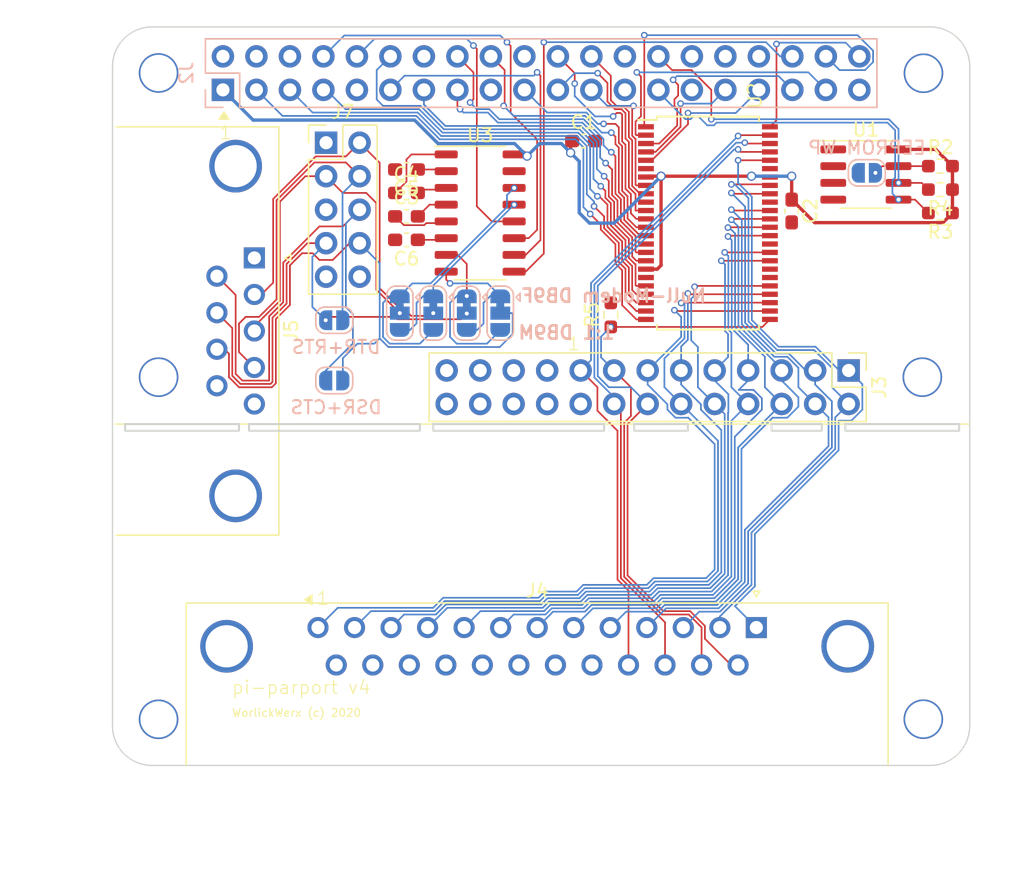
<source format=kicad_pcb>
(kicad_pcb (version 20221018) (generator pcbnew)
  (layers (0 "F.Cu" signal) (31 "B.Cu" signal) (34 "B.Paste" user) (35 "F.Paste" user) (36 "B.SilkS" user "B.Silkscreen") (37 "F.SilkS" user "F.Silkscreen") (38 "B.Mask" user) (39 "F.Mask" user) (44 "Edge.Cuts" user))
  (net 0 "")
  (net 1 "GND")
  (net 2 "/ID_SD_EEPROM")
  (net 3 "/ID_SC_EEPROM")
  (net 4 "+3V3")
  (net 5 "+5V")
  (net 6 "/GPIO2")
  (net 7 "/GPIO3")
  (net 8 "/GPIO4")
  (net 9 "/GPIO18")
  (net 10 "/GPIO22")
  (net 11 "/GPIO23")
  (net 13 "/GPIO24")
  (net 14 "/GPIO10")
  (net 15 "/GPIO9")
  (net 16 "/GPIO25")
  (net 17 "/GPIO11")
  (net 18 "/GPIO8")
  (net 21 "/GPIO6")
  (net 23 "/GPIO13")
  (net 24 "/GPIO19")
  (net 25 "/GPIO26")
  (net 26 "/GPIO20")
  (net 27 "/GPIO21")
  (net 28 "/CONTROL0")
  (net 29 "/CONTROL1")
  (net 30 "/DATA0")
  (net 31 "/STATUS3")
  (net 32 "/DATA1")
  (net 33 "/CONTROL2")
  (net 34 "/DATA2")
  (net 35 "/CONTROL3")
  (net 36 "/DATA3")
  (net 37 "/DATA4")
  (net 38 "/DATA5")
  (net 39 "/DATA6")
  (net 40 "/DATA7")
  (net 41 "/STATUS6")
  (net 42 "/STATUS7")
  (net 43 "/STATUS5")
  (net 44 "/STATUS4")
  (net 48 "Net-(U3-C1+)")
  (net 49 "Net-(U3-C1-)")
  (net 50 "Net-(U3-C2+)")
  (net 51 "Net-(U3-C2-)")
  (net 52 "Net-(U3-VS+)")
  (net 53 "Net-(U3-VS-)")
  (net 54 "Net-(JP1-B)")
  (net 55 "UART_TX")
  (net 56 "UART_RX")
  (net 57 "UART_RTS")
  (net 58 "UART_CTS")
  (net 59 "CTS")
  (net 60 "RTS")
  (net 61 "DSR")
  (net 62 "DTR")
  (net 63 "TX")
  (net 64 "RX")
  (net 65 "/GPIO27")
  (net 70 "RS232_RTS")
  (net 71 "RS232_CTS")
  (net 72 "RS232_RX")
  (net 73 "RS232_TX")
  (footprint "project_footprints:NPTH_3mm_ID" (layer "F.Cu") (at 82.04 64.31)
    (fp_text reference "H1")
    (fp_text value "3mm_Mounting_Hole" hide)
  )
  (footprint "project_footprints:NPTH_3mm_ID" (layer "F.Cu") (at 140.04 64.33)
    (fp_text reference "H3")
    (fp_text value "3mm_Mounting_Hole" hide)
  )
  (footprint "project_footprints:NPTH_3mm_ID" (layer "F.Cu") (at 82.04 113.32)
    (fp_text reference "H2")
    (fp_text value "3mm_Mounting_Hole" hide)
  )
  (footprint "project_footprints:NPTH_3mm_ID" (layer "F.Cu") (at 140.03 113.31)
    (fp_text reference "H4")
    (fp_text value "3mm_Mounting_Hole" hide)
  )
  (footprint "Connector_PinHeader_2.54mm:PinHeader_2x13_P2.54mm_Vertical" (layer "F.Cu") (at 134.366 86.868 -90)
    (fp_text reference "J3")
    (fp_text value "IEEE1284_IDC")
  )
  (footprint "Resistor_SMD:R_0603_1608Metric_Pad0.98x0.95mm_HandSolder" (layer "F.Cu") (at 116.332 82.6535 90)
    (fp_text reference "R5")
    (fp_text value "1.4K")
  )
  (footprint "Package_SO:SSOP-48_7.5x15.9mm_P0.635mm" (layer "F.Cu") (at 123.698 75.692)
    (fp_text reference "U2")
    (fp_text value "SN74LVC161284DLR")
  )
  (footprint "Capacitor_SMD:C_0603_1608Metric_Pad1.08x0.95mm_HandSolder" (layer "F.Cu") (at 130.048 74.7765 -90)
    (fp_text reference "C2")
    (fp_text value "100nF")
  )
  (footprint "project_footprints:NPTH_3mm_ID" (layer "F.Cu") (at 139.954 87.376)
    (fp_text reference "H5")
    (fp_text value "3mm_Mounting_Hole")
  )
  (footprint "project_footprints:NPTH_3mm_ID" (layer "F.Cu") (at 82.042 87.376)
    (fp_text reference "H6")
    (fp_text value "3mm_Mounting_Hole")
  )
  (footprint "Connector_Dsub:DSUB-9_Male_Horizontal_P2.77x2.84mm_EdgePinOffset7.70mm_Housed_MountingHolesOffset9.12mm" (layer "F.Cu") (at 89.304 78.334 -90)
    (fp_text reference "J5")
    (fp_text value "SERIAL0_DB9")
  )
  (footprint "Capacitor_SMD:C_0603_1608Metric_Pad1.08x0.95mm_HandSolder" (layer "F.Cu") (at 100.838 75.184)
    (fp_text reference "C3")
    (fp_text value "100nF")
  )
  (footprint "Capacitor_SMD:C_0603_1608Metric_Pad1.08x0.95mm_HandSolder" (layer "F.Cu") (at 114.265 69.469)
    (fp_text reference "C1")
    (fp_text value "100nF")
  )
  (footprint "Capacitor_SMD:C_0603_1608Metric_Pad1.08x0.95mm_HandSolder" (layer "F.Cu") (at 100.838 73.406)
    (fp_text reference "C4")
    (fp_text value "100nF")
  )
  (footprint "Package_SO:SOIC-8_3.9x4.9mm_P1.27mm" (layer "F.Cu") (at 135.6745 72.009)
    (fp_text reference "U1")
    (fp_text value "CAT24C32")
  )
  (footprint "Connector_Dsub:DSUB-25_Female_Horizontal_P2.77x2.84mm_EdgePinOffset7.70mm_Housed_MountingHolesOffset9.12mm" (layer "F.Cu") (at 127.369 106.361669)
    (fp_text reference "J4")
    (fp_text value "IEEE1284_DB25")
  )
  (footprint "Package_SO:SO-16_3.9x9.9mm_P1.27mm" (layer "F.Cu") (at 106.426 74.93)
    (fp_text reference "U3")
    (fp_text value "MAX3232")
  )
  (footprint "Resistor_SMD:R_0603_1608Metric_Pad0.98x0.95mm_HandSolder" (layer "F.Cu") (at 141.3275 71.374)
    (fp_text reference "R2")
    (fp_text value "10K")
  )
  (footprint "Resistor_SMD:R_0603_1608Metric_Pad0.98x0.95mm_HandSolder" (layer "F.Cu") (at 141.3275 73.152 180)
    (fp_text reference "R4")
    (fp_text value "3.9K")
  )
  (footprint "Capacitor_SMD:C_0603_1608Metric_Pad1.08x0.95mm_HandSolder" (layer "F.Cu") (at 100.838 76.962 180)
    (fp_text reference "C6")
    (fp_text value "100nF")
  )
  (footprint "Resistor_SMD:R_0603_1608Metric_Pad0.98x0.95mm_HandSolder" (layer "F.Cu") (at 141.3275 74.93 180)
    (fp_text reference "R3")
    (fp_text value "3.9K")
  )
  (footprint "Connector_PinHeader_2.54mm:PinHeader_2x05_P2.54mm_Vertical" (layer "F.Cu") (at 94.742 69.596)
    (fp_text reference "J7")
    (fp_text value "SERIAL0_IDC")
  )
  (footprint "Capacitor_SMD:C_0603_1608Metric_Pad1.08x0.95mm_HandSolder" (layer "F.Cu") (at 100.838 71.628 180)
    (fp_text reference "C5")
    (fp_text value "100nF")
  )
  (footprint "Connector_PinSocket_2.54mm:PinSocket_2x20_P2.54mm_Vertical" (layer "B.Cu") (at 86.92 65.59 -90)
    (fp_text reference "J2")
    (fp_text value "40HAT")
  )
  (footprint "Jumper:SolderJumper-3_P1.3mm_Bridged12_RoundedPad1.0x1.5mm" (layer "B.Cu") (at 100.33 82.52 -90)
    (fp_text reference "JP4" hide)
    (fp_text value "TX_SEL" hide)
  )
  (footprint "Jumper:SolderJumper-2_P1.3mm_Open_RoundedPad1.0x1.5mm" (layer "B.Cu") (at 95.362 87.63)
    (fp_text reference "JP3" hide)
    (fp_text value "DSR+CTS")
  )
  (footprint "Jumper:SolderJumper-3_P1.3mm_Bridged12_RoundedPad1.0x1.5mm" (layer "B.Cu") (at 105.41 82.52 -90)
    (fp_text reference "JP5" hide)
    (fp_text value "RTS_SEL" hide)
  )
  (footprint "Jumper:SolderJumper-3_P1.3mm_Bridged12_RoundedPad1.0x1.5mm" (layer "B.Cu") (at 107.95 82.52 -90)
    (fp_text reference "JP7" hide)
    (fp_text value "CTS_SEL" hide)
  )
  (footprint "Jumper:SolderJumper-2_P1.3mm_Open_RoundedPad1.0x1.5mm" (layer "B.Cu") (at 95.362 83.058 180)
    (fp_text reference "JP2" hide)
    (fp_text value "DTR+RTS")
  )
  (footprint "Jumper:SolderJumper-3_P1.3mm_Bridged12_RoundedPad1.0x1.5mm" (layer "B.Cu") (at 102.87 82.52 -90)
    (fp_text reference "JP6" hide)
    (fp_text value "RX_SEL" hide)
  )
  (footprint "Jumper:SolderJumper-2_P1.3mm_Open_RoundedPad1.0x1.5mm" (layer "B.Cu") (at 135.748 71.882)
    (fp_text reference "JP1" hide)
    (fp_text value "EEPROM WP")
  )
  (gr_poly (pts (xy 93.6752 104.648) (xy 93.1164 104.2416) (xy 93.6752 103.886)) (stroke (width 0.1)) (fill solid) (layer "F.SilkS"))
  (gr_poly (pts (xy 86.614 67.818) (xy 87.0204 67.2592) (xy 87.376 67.818)) (stroke (width 0.1)) (fill solid) (layer "F.SilkS"))
  (gr_line (start 78.74 90.932) (end 143.51 90.932) (stroke (width 0.1)) (layer "F.SilkS"))
  (gr_line (start 143.546356 63.817611) (end 143.546351 113.822847) (stroke (width 0.1)) (layer "Edge.Cuts"))
  (gr_line (start 81.546356 116.817611) (end 140.546356 116.817611) (stroke (width 0.1)) (layer "Edge.Cuts"))
  (gr_arc (start 140.546356 60.817611) (mid 142.667676 61.696291) (end 143.546356 63.817611) (stroke (width 0.1)) (layer "Edge.Cuts"))
  (gr_rect (start 102.87 90.932) (end 115.824 91.44) (stroke (width 0.15)) (fill none) (layer "Edge.Cuts"))
  (gr_rect (start 134.112 90.932) (end 142.748 91.44) (stroke (width 0.15)) (fill none) (layer "Edge.Cuts"))
  (gr_rect (start 128.524 90.932) (end 132.334 91.44) (stroke (width 0.15)) (fill none) (layer "Edge.Cuts"))
  (gr_line (start 140.546356 60.817611) (end 81.546356 60.817611) (stroke (width 0.1)) (layer "Edge.Cuts"))
  (gr_rect (start 79.502 90.932) (end 88.138 91.44) (stroke (width 0.15)) (fill none) (layer "Edge.Cuts"))
  (gr_rect (start 88.9 90.932) (end 101.854 91.44) (stroke (width 0.15)) (fill none) (layer "Edge.Cuts"))
  (gr_arc (start 143.546351 113.822847) (mid 142.665824 115.940781) (end 140.546356 116.817611) (stroke (width 0.1)) (layer "Edge.Cuts"))
  (gr_rect (start 118.11 90.932) (end 122.174 91.44) (stroke (width 0.15)) (fill none) (layer "Edge.Cuts"))
  (gr_arc (start 81.546356 116.817611) (mid 79.425036 115.938931) (end 78.546356 113.817611) (stroke (width 0.1)) (layer "Edge.Cuts"))
  (gr_arc (start 78.546356 63.817611) (mid 79.425036 61.696291) (end 81.546356 60.817611) (stroke (width 0.1)) (layer "Edge.Cuts"))
  (gr_line (start 78.546356 63.817611) (end 78.546356 113.817611) (stroke (width 0.1)) (layer "Edge.Cuts"))
  (gr_text "Null-Modem DB9F" (at 109.45 81.788) (layer "B.SilkS") (effects (font (size 1 1) (thickness 0.2) bold) (justify right bottom mirror)))
  (gr_text "1:1 DB9M" (at 109.22 84.582) (layer "B.SilkS") (effects (font (size 1 1) (thickness 0.2) bold) (justify right bottom mirror)))
  (gr_text "1" (at 87.122 68.834) (layer "F.SilkS") (effects (font (size 1 1) (thickness 0.09))))
  (gr_text "WorlickWerx (c) 2020" (at 92.5068 112.8268) (layer "F.SilkS") (effects (font (size 0.6 0.6) (thickness 0.09))))
  (gr_text "pi-parport v4" (at 92.8624 110.8964) (layer "F.SilkS") (effects (font (size 1 1) (thickness 0.09))))
  (gr_text "1" (at 113.529 84.836) (layer "F.SilkS") (effects (font (size 1 1) (thickness 0.09))))
  (gr_text "1" (at 94.488 104.14) (layer "F.SilkS") (effects (font (size 1 1) (thickness 0.09))))
  (segment (start 140.415 74.93) (end 139.399 73.914) (width 0.127) (layer "F.Cu") (net 2))
  (segment (start 139.399 73.914) (end 138.1495 73.914) (width 0.127) (layer "F.Cu") (net 2))
  (via (at 138.1495 73.914) (size 0.5) (drill 0.3) (layers "F.Cu" "B.Cu") (net 2))
  (segment (start 124.143988 68.2815) (end 124.353488 68.072) (width 0.127) (layer "B.Cu") (net 2))
  (segment (start 119.94 65.59) (end 119.94 65.756503) (width 0.127) (layer "B.Cu") (net 2))
  (segment (start 121.994481 67.810984) (end 122.378457 67.810984) (width 0.127) (layer "B.Cu") (net 2))
  (segment (start 122.378457 67.810984) (end 122.587957 67.601484) (width 0.127) (layer "B.Cu") (net 2))
  (segment (start 137.686 73.4505) (end 138.1495 73.914) (width 0.127) (layer "B.Cu") (net 2))
  (segment (start 122.587957 67.601484) (end 122.973484 67.601484) (width 0.127) (layer "B.Cu") (net 2))
  (segment (start 123.6535 68.2815) (end 124.143988 68.2815) (width 0.127) (layer "B.Cu") (net 2))
  (segment (start 119.94 65.756503) (end 121.994481 67.810984) (width 0.127) (layer "B.Cu") (net 2))
  (segment (start 137.686 72.452012) (end 137.686 73.4505) (width 0.127) (layer "B.Cu") (net 2))
  (segment (start 137.30879 68.072) (end 137.8955 68.65871) (width 0.127) (layer "B.Cu") (net 2))
  (segment (start 137.8955 72.242512) (end 137.686 72.452012) (width 0.127) (layer "B.Cu") (net 2))
  (segment (start 137.8955 68.65871) (end 137.8955 72.242512) (width 0.127) (layer "B.Cu") (net 2))
  (segment (start 124.353488 68.072) (end 137.30879 68.072) (width 0.127) (layer "B.Cu") (net 2))
  (segment (start 122.973484 67.601484) (end 123.6535 68.2815) (width 0.127) (layer "B.Cu") (net 2))
  (segment (start 123.952 65.59051) (end 122.45199 64.0905) (width 0.127) (layer "F.Cu") (net 3))
  (segment (start 122.45199 64.0905) (end 120.9805 64.0905) (width 0.127) (layer "F.Cu") (net 3))
  (segment (start 123.952 67.818) (end 123.952 65.59051) (width 0.127) (layer "F.Cu") (net 3))
  (segment (start 120.9805 64.0905) (end 119.94 63.05) (width 0.127) (layer "F.Cu") (net 3))
  (segment (start 140.415 73.152) (end 139.907 72.644) (width 0.127) (layer "F.Cu") (net 3))
  (segment (start 139.907 72.644) (end 138.1495 72.644) (width 0.127) (layer "F.Cu") (net 3))
  (via (at 123.952 67.818) (size 0.5) (drill 0.3) (layers "F.Cu" "B.Cu") (net 3))
  (via (at 138.1495 72.644) (size 0.5) (drill 0.3) (layers "F.Cu" "B.Cu") (net 3))
  (segment (start 123.952 67.818) (end 137.414 67.818) (width 0.127) (layer "B.Cu") (net 3))
  (segment (start 137.414 67.818) (end 138.1495 68.5535) (width 0.127) (layer "B.Cu") (net 3))
  (segment (start 138.1495 68.5535) (end 138.1495 72.644) (width 0.127) (layer "B.Cu") (net 3))
  (segment (start 120.142 72.136) (end 120.142 78.8945) (width 0.254) (layer "F.Cu") (net 4))
  (segment (start 119.0615 72.136) (end 118.998 72.1995) (width 0.254) (layer "F.Cu") (net 4))
  (segment (start 109.001 70.485) (end 109.855 70.485) (width 0.254) (layer "F.Cu") (net 4))
  (segment (start 120.142 72.136) (end 119.0615 72.136) (width 0.254) (layer "F.Cu") (net 4))
  (segment (start 109.855 70.485) (end 109.982 70.612) (width 0.254) (layer "F.Cu") (net 4))
  (segment (start 140.97 70.104) (end 138.1495 70.104) (width 0.254) (layer "F.Cu") (net 4))
  (segment (start 113.284 70.358) (end 113.284 69.5875) (width 0.254) (layer "F.Cu") (net 4))
  (segment (start 130.048 73.914) (end 131.793 75.659) (width 0.254) (layer "F.Cu") (net 4))
  (segment (start 131.793 75.659) (end 141.511 75.659) (width 0.254) (layer "F.Cu") (net 4))
  (segment (start 142.24 73.152) (end 142.24 71.374) (width 0.254) (layer "F.Cu") (net 4))
  (segment (start 120.142 78.8945) (end 119.852 79.1845) (width 0.254) (layer "F.Cu") (net 4))
  (segment (start 130.048 72.136) (end 130.048 73.914) (width 0.254) (layer "F.Cu") (net 4))
  (segment (start 142.24 71.374) (end 140.97 70.104) (width 0.254) (layer "F.Cu") (net 4))
  (segment (start 113.284 69.5875) (end 113.4025 69.469) (width 0.254) (layer "F.Cu") (net 4))
  (segment (start 119.852 79.1845) (end 118.998 79.1845) (width 0.254) (layer "F.Cu") (net 4))
  (segment (start 120.142 72.136) (end 127 72.136) (width 0.254) (layer "F.Cu") (net 4))
  (segment (start 141.511 75.659) (end 142.24 74.93) (width 0.254) (layer "F.Cu") (net 4))
  (segment (start 142.24 74.93) (end 142.24 73.152) (width 0.254) (layer "F.Cu") (net 4))
  (via (at 120.142 72.136) (size 0.7) (drill 0.5) (layers "F.Cu" "B.Cu") (net 4))
  (via (at 113.284 70.358) (size 0.7) (drill 0.5) (layers "F.Cu" "B.Cu") (net 4))
  (via (at 127 72.136) (size 0.7) (drill 0.5) (layers "F.Cu" "B.Cu") (net 4))
  (via (at 130.048 72.136) (size 0.7) (drill 0.5) (layers "F.Cu" "B.Cu") (net 4))
  (via (at 109.982 70.612) (size 0.7) (drill 0.5) (layers "F.Cu" "B.Cu") (net 4))
  (segment (start 113.284 70.358) (end 113.93656 71.01056) (width 0.254) (layer "B.Cu") (net 4))
  (segment (start 109.0295 69.6595) (end 103.231367 69.6595) (width 0.254) (layer "B.Cu") (net 4))
  (segment (start 114.714639 75.692) (end 116.586 75.692) (width 0.254) (layer "B.Cu") (net 4))
  (segment (start 109.982 70.612) (end 109.0295 69.6595) (width 0.254) (layer "B.Cu") (net 4))
  (segment (start 116.586 75.692) (end 120.142 72.136) (width 0.254) (layer "B.Cu") (net 4))
  (segment (start 109.982 70.612) (end 110.9345 69.6595) (width 0.254) (layer "B.Cu") (net 4))
  (segment (start 103.231367 69.6595) (end 101.453368 67.8815) (width 0.254) (layer "B.Cu") (net 4))
  (segment (start 127 72.136) (end 130.048 72.136) (width 0.254) (layer "B.Cu") (net 4))
  (segment (start 112.5855 69.6595) (end 113.284 70.358) (width 0.254) (layer "B.Cu") (net 4))
  (segment (start 113.93656 74.913921) (end 114.714639 75.692) (width 0.254) (layer "B.Cu") (net 4))
  (segment (start 101.453368 67.8815) (end 89.2115 67.8815) (width 0.254) (layer "B.Cu") (net 4))
  (segment (start 113.93656 71.01056) (end 113.93656 74.913921) (width 0.254) (layer "B.Cu") (net 4))
  (segment (start 110.9345 69.6595) (end 112.5855 69.6595) (width 0.254) (layer "B.Cu") (net 4))
  (segment (start 89.2115 67.8815) (end 86.92 65.59) (width 0.254) (layer "B.Cu") (net 4))
  (segment (start 116.6835 78.75805) (end 117.1915 79.26605) (width 0.127) (layer "F.Cu") (net 6))
  (segment (start 118.271 82.9945) (end 118.998 82.9945) (width 0.127) (layer "F.Cu") (net 6))
  (segment (start 116.6835 77.29568) (end 116.6835 78.75805) (width 0.127) (layer "F.Cu") (net 6))
  (segment (start 114.77131 75.00338) (end 115.57 75.80207) (width 0.127) (layer "F.Cu") (net 6))
  (segment (start 115.57 76.18218) (end 116.6835 77.29568) (width 0.127) (layer "F.Cu") (net 6))
  (segment (start 117.1915 81.915) (end 118.271 82.9945) (width 0.127) (layer "F.Cu") (net 6))
  (segment (start 115.57 75.80207) (end 115.57 76.18218) (width 0.127) (layer "F.Cu") (net 6))
  (segment (start 117.1915 79.26605) (end 117.1915 81.915) (width 0.127) (layer "F.Cu") (net 6))
  (via (at 114.77131 75.00338) (size 0.5) (drill 0.3) (layers "F.Cu" "B.Cu") (net 6))
  (segment (start 103.36288 69.342) (end 101.58488 67.564) (width 0.127) (layer "B.Cu") (net 6))
  (segment (start 113.644715 69.342) (end 103.36288 69.342) (width 0.127) (layer "B.Cu") (net 6))
  (segment (start 114.25406 69.951345) (end 113.644715 69.342) (width 0.127) (layer "B.Cu") (net 6))
  (segment (start 91.434 67.564) (end 89.46 65.59) (width 0.127) (layer "B.Cu") (net 6))
  (segment (start 114.77131 75.00338) (end 114.25406 74.48613) (width 0.127) (layer "B.Cu") (net 6))
  (segment (start 114.25406 74.48613) (end 114.25406 69.951345) (width 0.127) (layer "B.Cu") (net 6))
  (segment (start 101.58488 67.564) (end 91.434 67.564) (width 0.127) (layer "B.Cu") (net 6))
  (segment (start 115.824 75.184) (end 115.824 76.07697) (width 0.127) (layer "F.Cu") (net 7))
  (segment (start 117.4455 79.16084) (end 117.4455 81.534) (width 0.127) (layer "F.Cu") (net 7))
  (segment (start 115.824 76.07697) (end 116.9375 77.19047) (width 0.127) (layer "F.Cu") (net 7))
  (segment (start 116.9375 77.19047) (end 116.9375 78.65284) (width 0.127) (layer "F.Cu") (net 7))
  (segment (start 117.4455 81.534) (end 118.271 82.3595) (width 0.127) (layer "F.Cu") (net 7))
  (segment (start 116.9375 78.65284) (end 117.4455 79.16084) (width 0.127) (layer "F.Cu") (net 7))
  (segment (start 115.062 74.422) (end 115.824 75.184) (width 0.127) (layer "F.Cu") (net 7))
  (segment (start 118.271 82.3595) (end 118.998 82.3595) (width 0.127) (layer "F.Cu") (net 7))
  (via (at 115.062 74.422) (size 0.5) (drill 0.3) (layers "F.Cu" "B.Cu") (net 7))
  (segment (start 93.72 67.31) (end 92 65.59) (width 0.127) (layer "B.Cu") (net 7))
  (segment (start 101.69009 67.31) (end 93.72 67.31) (width 0.127) (layer "B.Cu") (net 7))
  (segment (start 113.749925 69.088) (end 103.46809 69.088) (width 0.127) (layer "B.Cu") (net 7))
  (segment (start 114.50806 73.507548) (end 114.50806 69.846135) (width 0.127) (layer "B.Cu") (net 7))
  (segment (start 103.46809 69.088) (end 101.69009 67.31) (width 0.127) (layer "B.Cu") (net 7))
  (segment (start 114.50806 69.846135) (end 113.749925 69.088) (width 0.127) (layer "B.Cu") (net 7))
  (segment (start 115.062 74.061488) (end 114.50806 73.507548) (width 0.127) (layer "B.Cu") (net 7))
  (segment (start 115.062 74.422) (end 115.062 74.061488) (width 0.127) (layer "B.Cu") (net 7))
  (segment (start 117.1915 77.08526) (end 116.57312 76.46688) (width 0.127) (layer "F.Cu") (net 8))
  (segment (start 117.492935 78.849065) (end 117.1915 78.54763) (width 0.127) (layer "F.Cu") (net 8))
  (segment (start 118.998 81.7245) (end 118.271 81.7245) (width 0.127) (layer "F.Cu") (net 8))
  (segment (start 117.6995 81.153) (end 117.6995 80.264) (width 0.127) (layer "F.Cu") (net 8))
  (segment (start 116.57312 76.46688) (end 116.078 75.97176) (width 0.127) (layer "F.Cu") (net 8))
  (segment (start 115.44674 73.66) (end 115.316 73.66) (width 0.127) (layer "F.Cu") (net 8))
  (segment (start 116.078 74.29126) (end 115.88937 74.10263) (width 0.127) (layer "F.Cu") (net 8))
  (segment (start 117.6995 79.05563) (end 117.492935 78.849065) (width 0.127) (layer "F.Cu") (net 8))
  (segment (start 117.6995 80.264) (end 117.6995 79.05563) (width 0.127) (layer "F.Cu") (net 8))
  (segment (start 116.078 75.97176) (end 116.078 74.93) (width 0.127) (layer "F.Cu") (net 8))
  (segment (start 115.88937 74.10263) (end 115.44674 73.66) (width 0.127) (layer "F.Cu") (net 8))
  (segment (start 118.271 81.7245) (end 117.6995 81.153) (width 0.127) (layer "F.Cu") (net 8))
  (segment (start 117.1915 78.54763) (end 117.1915 78.33721) (width 0.127) (layer "F.Cu") (net 8))
  (segment (start 117.1915 78.33721) (end 117.1915 77.08526) (width 0.127) (layer "F.Cu") (net 8))
  (segment (start 116.078 74.93) (end 116.078 74.29126) (width 0.127) (layer "F.Cu") (net 8))
  (via (at 115.316 73.66) (size 0.5) (drill 0.3) (layers "F.Cu" "B.Cu") (net 8))
  (segment (start 94.74749 65.59) (end 94.54 65.59) (width 0.127) (layer "B.Cu") (net 8))
  (segment (start 103.5733 68.834) (end 101.7953 67.056) (width 0.127) (layer "B.Cu") (net 8))
  (segment (start 114.76206 73.10606) (end 114.76206 69.740925) (width 0.127) (layer "B.Cu") (net 8))
  (segment (start 96.21349 67.056) (end 94.74749 65.59) (width 0.127) (layer "B.Cu") (net 8))
  (segment (start 114.76206 69.740925) (end 113.855135 68.834) (width 0.127) (layer "B.Cu") (net 8))
  (segment (start 113.855135 68.834) (end 103.5733 68.834) (width 0.127) (layer "B.Cu") (net 8))
  (segment (start 101.7953 67.056) (end 96.21349 67.056) (width 0.127) (layer "B.Cu") (net 8))
  (segment (start 115.316 73.66) (end 114.76206 73.10606) (width 0.127) (layer "B.Cu") (net 8))
  (segment (start 117.4455 78.44242) (end 117.4455 77.978) (width 0.127) (layer "F.Cu") (net 9))
  (segment (start 115.9215 73.2495) (end 115.57 72.898) (width 0.127) (layer "F.Cu") (net 9))
  (segment (start 116.332 75.86655) (end 116.332 75.184) (width 0.127) (layer "F.Cu") (net 9))
  (segment (start 118.271 81.0895) (end 117.9535 80.772) (width 0.127) (layer "F.Cu") (net 9))
  (segment (start 117.260725 76.795275) (end 116.332 75.86655) (width 0.127) (layer "F.Cu") (net 9))
  (segment (start 118.998 81.0895) (end 118.271 81.0895) (width 0.127) (layer "F.Cu") (net 9))
  (segment (start 117.9535 78.95042) (end 117.79954 78.79646) (width 0.127) (layer "F.Cu") (net 9))
  (segment (start 117.9535 79.756) (end 117.9535 78.95042) (width 0.127) (layer "F.Cu") (net 9))
  (segment (start 117.9535 80.772) (end 117.9535 79.756) (width 0.127) (layer "F.Cu") (net 9))
  (segment (start 115.9215 73.56513) (end 115.9215 73.2495) (width 0.127) (layer "F.Cu") (net 9))
  (segment (start 117.4455 77.978) (end 117.4455 76.98005) (width 0.127) (layer "F.Cu") (net 9))
  (segment (start 116.332 75.184) (end 116.332 74.18605) (width 0.127) (layer "F.Cu") (net 9))
  (segment (start 116.332 74.18605) (end 116.322975 74.177025) (width 0.127) (layer "F.Cu") (net 9))
  (segment (start 117.79954 78.79646) (end 117.4455 78.44242) (width 0.127) (layer "F.Cu") (net 9))
  (segment (start 116.322975 74.177025) (end 115.9215 73.77555) (width 0.127) (layer "F.Cu") (net 9))
  (segment (start 117.4455 76.98005) (end 117.260725 76.795275) (width 0.127) (layer "F.Cu") (net 9))
  (segment (start 115.9215 73.77555) (end 115.9215 73.56513) (width 0.127) (layer "F.Cu") (net 9))
  (via (at 115.57 72.898) (size 0.5) (drill 0.3) (layers "F.Cu" "B.Cu") (net 9))
  (segment (start 115.01606 72.34406) (end 115.01606 69.635715) (width 0.127) (layer "B.Cu") (net 9))
  (segment (start 101.90051 66.802) (end 99.06 66.802) (width 0.127) (layer "B.Cu") (net 9))
  (segment (start 99.06 66.802) (end 98.5795 66.3215) (width 0.127) (layer "B.Cu") (net 9))
  (segment (start 115.01606 69.635715) (end 113.960345 68.58) (width 0.127) (layer "B.Cu") (net 9))
  (segment (start 115.57 72.898) (end 115.01606 72.34406) (width 0.127) (layer "B.Cu") (net 9))
  (segment (start 98.5795 66.3215) (end 98.5795 64.0905) (width 0.127) (layer "B.Cu") (net 9))
  (segment (start 103.67851 68.58) (end 101.90051 66.802) (width 0.127) (layer "B.Cu") (net 9))
  (segment (start 98.5795 64.0905) (end 99.62 63.05) (width 0.127) (layer "B.Cu") (net 9))
  (segment (start 113.960345 68.58) (end 103.67851 68.58) (width 0.127) (layer "B.Cu") (net 9))
  (segment (start 116.4295 73.56513) (end 116.4295 71.632122) (width 0.127) (layer "F.Cu") (net 10))
  (segment (start 116.84 73.97563) (end 116.4295 73.56513) (width 0.127) (layer "F.Cu") (net 10))
  (segment (start 116.4295 71.632122) (end 115.939793 71.142415) (width 0.127) (layer "F.Cu") (net 10))
  (segment (start 117.9535 76.76963) (end 116.84 75.65613) (width 0.127) (layer "F.Cu") (net 10))
  (segment (start 104.7 66.854) (end 104.7 65.59) (width 0.127) (layer "F.Cu") (net 10))
  (segment (start 116.84 75.65613) (end 116.84 73.97563) (width 0.127) (layer "F.Cu") (net 10))
  (segment (start 118.271 78.5495) (end 117.9535 78.232) (width 0.127) (layer "F.Cu") (net 10))
  (segment (start 104.902 67.056) (end 104.7 66.854) (width 0.127) (layer "F.Cu") (net 10))
  (segment (start 118.998 78.5495) (end 118.271 78.5495) (width 0.127) (layer "F.Cu") (net 10))
  (segment (start 117.9535 78.232) (end 117.9535 76.76963) (width 0.127) (layer "F.Cu") (net 10))
  (via (at 115.939793 71.142415) (size 0.5) (drill 0.3) (layers "F.Cu" "B.Cu") (net 10))
  (via (at 104.902 67.056) (size 0.5) (drill 0.3) (layers "F.Cu" "B.Cu") (net 10))
  (segment (start 107.007314 67.31) (end 107.769314 68.072) (width 0.127) (layer "B.Cu") (net 10))
  (segment (start 115.52406 69.425295) (end 115.52406 70.726682) (width 0.127) (layer "B.Cu") (net 10))
  (segment (start 114.170765 68.072) (end 115.52406 69.425295) (width 0.127) (layer "B.Cu") (net 10))
  (segment (start 107.769314 68.072) (end 114.170765 68.072) (width 0.127) (layer "B.Cu") (net 10))
  (segment (start 115.52406 70.726682) (end 115.939793 71.142415) (width 0.127) (layer "B.Cu") (net 10))
  (segment (start 105.156 67.31) (end 107.007314 67.31) (width 0.127) (layer "B.Cu") (net 10))
  (segment (start 104.902 67.056) (end 105.156 67.31) (width 0.127) (layer "B.Cu") (net 10))
  (segment (start 118.2075 77.851) (end 118.271 77.9145) (width 0.127) (layer "F.Cu") (net 11))
  (segment (start 116.372 70.315558) (end 116.6835 70.627058) (width 0.127) (layer "F.Cu") (net 11))
  (segment (start 105.664 66.548) (end 105.918 66.294) (width 0.127) (layer "F.Cu") (net 11))
  (segment (start 117.094 75.55092) (end 118.2075 76.66442) (width 0.127) (layer "F.Cu") (net 11))
  (segment (start 117.094 73.87042) (end 117.094 75.55092) (width 0.127) (layer "F.Cu") (net 11))
  (segment (start 105.918 64.268) (end 104.7 63.05) (width 0.127) (layer "F.Cu") (net 11))
  (segment (start 116.6835 73.45992) (end 117.094 73.87042) (width 0.127) (layer "F.Cu") (net 11))
  (segment (start 116.6835 70.627058) (end 116.6835 73.45992) (width 0.127) (layer "F.Cu") (net 11))
  (segment (start 118.2075 76.66442) (end 118.2075 77.851) (width 0.127) (layer "F.Cu") (net 11))
  (segment (start 118.271 77.9145) (end 118.998 77.9145) (width 0.127) (layer "F.Cu") (net 11))
  (segment (start 105.918 66.294) (end 105.918 64.268) (width 0.127) (layer "F.Cu") (net 11))
  (via (at 116.372 70.315558) (size 0.5) (drill 0.3) (layers "F.Cu" "B.Cu") (net 11))
  (via (at 105.664 66.548) (size 0.5) (drill 0.3) (layers "F.Cu" "B.Cu") (net 11))
  (segment (start 107.112524 67.056) (end 107.874524 67.818) (width 0.127) (layer "B.Cu") (net 11))
  (segment (start 105.664 66.548) (end 106.172 67.056) (width 0.127) (layer "B.Cu") (net 11))
  (segment (start 106.172 67.056) (end 107.112524 67.056) (width 0.127) (layer "B.Cu") (net 11))
  (segment (start 115.77806 69.793048) (end 116.30057 70.315558) (width 0.127) (layer "B.Cu") (net 11))
  (segment (start 116.30057 70.315558) (end 116.372 70.315558) (width 0.127) (layer "B.Cu") (net 11))
  (segment (start 114.275975 67.818) (end 115.77806 69.320085) (width 0.127) (layer "B.Cu") (net 11))
  (segment (start 115.77806 69.320085) (end 115.77806 69.793048) (width 0.127) (layer "B.Cu") (net 11))
  (segment (start 107.874524 67.818) (end 114.275975 67.818) (width 0.127) (layer "B.Cu") (net 11))
  (segment (start 117.348 73.76521) (end 117.348 75.44571) (width 0.127) (layer "F.Cu") (net 13))
  (segment (start 116.9375 73.35471) (end 117.348 73.76521) (width 0.127) (layer "F.Cu") (net 13))
  (segment (start 116.9375 69.96292) (end 116.9375 73.35471) (width 0.127) (layer "F.Cu") (net 13))
  (segment (start 117.348 75.44571) (end 118.54679 76.6445) (width 0.127) (layer "F.Cu") (net 13))
  (segment (start 116.6835 69.70892) (end 116.9375 69.96292) (width 0.127) (layer "F.Cu") (net 13))
  (segment (start 108.204 66.802) (end 108.2805 66.7255) (width 0.127) (layer "F.Cu") (net 13))
  (segment (start 108.2805 64.0905) (end 107.24 63.05) (width 0.127) (layer "F.Cu") (net 13))
  (segment (start 116.6835 69.1455) (end 116.6835 69.70892) (width 0.127) (layer "F.Cu") (net 13))
  (segment (start 116.372 68.834) (end 116.6835 69.1455) (width 0.127) (layer "F.Cu") (net 13))
  (segment (start 108.2805 66.7255) (end 108.2805 64.0905) (width 0.127) (layer "F.Cu") (net 13))
  (via (at 116.372 68.834) (size 0.5) (drill 0.3) (layers "F.Cu" "B.Cu") (net 13))
  (via (at 108.204 66.802) (size 0.5) (drill 0.3) (layers "F.Cu" "B.Cu") (net 13))
  (segment (start 108.204 66.802) (end 108.966 67.564) (width 0.127) (layer "B.Cu") (net 13))
  (segment (start 114.381185 67.564) (end 115.651185 68.834) (width 0.127) (layer "B.Cu") (net 13))
  (segment (start 115.651185 68.834) (end 116.372 68.834) (width 0.127) (layer "B.Cu") (net 13))
  (segment (start 108.966 67.564) (end 114.381185 67.564) (width 0.127) (layer "B.Cu") (net 13))
  (segment (start 117.602 75.3405) (end 117.602 73.66) (width 0.127) (layer "F.Cu") (net 14))
  (segment (start 116.9375 68.4235) (end 116.682673 68.168673) (width 0.127) (layer "F.Cu") (net 14))
  (segment (start 118.271 76.0095) (end 117.602 75.3405) (width 0.127) (layer "F.Cu") (net 14))
  (segment (start 117.1915 69.85771) (end 116.9375 69.60371) (width 0.127) (layer "F.Cu") (net 14))
  (segment (start 117.1915 73.2495) (end 117.1915 69.85771) (width 0.127) (layer "F.Cu") (net 14))
  (segment (start 118.998 76.0095) (end 118.271 76.0095) (width 0.127) (layer "F.Cu") (net 14))
  (segment (start 116.682673 68.168673) (end 115.785596 68.168673) (width 0.127) (layer "F.Cu") (net 14))
  (segment (start 117.602 73.66) (end 117.1915 73.2495) (width 0.127) (layer "F.Cu") (net 14))
  (segment (start 116.9375 69.60371) (end 116.9375 68.4235) (width 0.127) (layer "F.Cu") (net 14))
  (via (at 115.785596 68.168673) (size 0.5) (drill 0.3) (layers "F.Cu" "B.Cu") (net 14))
  (segment (start 111.5 67.31) (end 109.78 65.59) (width 0.127) (layer "B.Cu") (net 14))
  (segment (start 115.345068 68.168673) (end 114.486395 67.31) (width 0.127) (layer "B.Cu") (net 14))
  (segment (start 114.486395 67.31) (end 111.5 67.31) (width 0.127) (layer "B.Cu") (net 14))
  (segment (start 115.785596 68.168673) (end 115.345068 68.168673) (width 0.127) (layer "B.Cu") (net 14))
  (segment (start 118.2075 73.48942) (end 117.6995 72.98142) (width 0.127) (layer "F.Cu") (net 15))
  (segment (start 117.6995 69.53063) (end 117.4455 69.27663) (width 0.127) (layer "F.Cu") (net 15))
  (segment (start 118.998 74.7395) (end 118.2075 74.7395) (width 0.127) (layer "F.Cu") (net 15))
  (segment (start 117.6995 72.98142) (end 117.6995 69.53063) (width 0.127) (layer "F.Cu") (net 15))
  (segment (start 116.078 65.066391) (end 115.336274 64.324665) (width 0.127) (layer "F.Cu") (net 15))
  (segment (start 116.078 66.48171) (end 116.078 65.066391) (width 0.127) (layer "F.Cu") (net 15))
  (segment (start 117.139045 67.056) (end 116.65229 67.056) (width 0.127) (layer "F.Cu") (net 15))
  (segment (start 118.2075 74.7395) (end 118.2075 73.48942) (width 0.127) (layer "F.Cu") (net 15))
  (segment (start 117.4455 69.27663) (end 117.4455 67.362455) (width 0.127) (layer "F.Cu") (net 15))
  (segment (start 116.65229 67.056) (end 116.078 66.48171) (width 0.127) (layer "F.Cu") (net 15))
  (segment (start 117.4455 67.362455) (end 117.139045 67.056) (width 0.127) (layer "F.Cu") (net 15))
  (via (at 115.336274 64.324665) (size 0.5) (drill 0.3) (layers "F.Cu" "B.Cu") (net 15))
  (segment (start 115.336274 64.324665) (end 113.585335 64.324665) (width 0.127) (layer "B.Cu") (net 15))
  (segment (start 113.585335 64.324665) (end 112.32 65.59) (width 0.127) (layer "B.Cu") (net 15))
  (segment (start 117.1915 69.4985) (end 117.1915 67.467665) (width 0.127) (layer "F.Cu") (net 16))
  (segment (start 117.4455 73.08663) (end 117.856 73.49713) (width 0.127) (layer "F.Cu") (net 16))
  (segment (start 117.4455 73.08663) (end 117.4455 69.7525) (width 0.127) (layer "F.Cu") (net 16))
  (segment (start 118.998 75.3745) (end 118.271 75.3745) (width 0.127) (layer "F.Cu") (net 16))
  (segment (start 117.856 74.9595) (end 117.856 73.49713) (width 0.127) (layer "F.Cu") (net 16))
  (segment (start 116.772577 67.340082) (end 116.509486 67.603173) (width 0.127) (layer "F.Cu") (net 16))
  (segment (start 113.594702 64.324702) (end 112.32 63.05) (width 0.127) (layer "F.Cu") (net 16))
  (segment (start 118.271 75.3745) (end 117.856 74.9595) (width 0.127) (layer "F.Cu") (net 16))
  (segment (start 117.063917 67.340082) (end 116.772577 67.340082) (width 0.127) (layer "F.Cu") (net 16))
  (segment (start 117.4455 69.7525) (end 117.1915 69.4985) (width 0.127) (layer "F.Cu") (net 16))
  (segment (start 113.594702 65.113627) (end 113.594702 64.324702) (width 0.127) (layer "F.Cu") (net 16))
  (segment (start 117.1915 67.467665) (end 117.063917 67.340082) (width 0.127) (layer "F.Cu") (net 16))
  (via (at 113.594702 65.113627) (size 0.5) (drill 0.3) (layers "F.Cu" "B.Cu") (net 16))
  (via (at 116.509486 67.603173) (size 0.5) (drill 0.3) (layers "F.Cu" "B.Cu") (net 16))
  (segment (start 115.138778 67.603173) (end 113.594702 66.059097) (width 0.127) (layer "B.Cu") (net 16))
  (segment (start 113.594702 66.059097) (end 113.594702 65.113627) (width 0.127) (layer "B.Cu") (net 16))
  (segment (start 116.509486 67.603173) (end 115.138778 67.603173) (width 0.127) (layer "B.Cu") (net 16))
  (segment (start 118.998 72.8345) (end 118.271 72.8345) (width 0.127) (layer "F.Cu") (net 17))
  (segment (start 117.9535 69.06621) (end 117.9535 66.901) (width 0.127) (layer "F.Cu") (net 17))
  (segment (start 118.2075 69.32021) (end 117.9535 69.06621) (width 0.127) (layer "F.Cu") (net 17))
  (segment (start 118.271 72.8345) (end 118.2075 72.771) (width 0.127) (layer "F.Cu") (net 17))
  (segment (start 117.9535 66.901) (end 118.0525 66.802) (width 0.127) (layer "F.Cu") (net 17))
  (segment (start 118.2075 72.771) (end 118.2075 69.32021) (width 0.127) (layer "F.Cu") (net 17))
  (via (at 118.0525 66.802) (size 0.5) (drill 0.3) (layers "F.Cu" "B.Cu") (net 17))
  (segment (start 116.072 66.802) (end 114.86 65.59) (width 0.127) (layer "B.Cu") (net 17))
  (segment (start 118.0525 66.802) (end 116.072 66.802) (width 0.127) (layer "B.Cu") (net 17))
  (segment (start 117.9535 69.42542) (end 117.6995 69.17142) (width 0.127) (layer "F.Cu") (net 18))
  (segment (start 116.332 64.522) (end 114.86 63.05) (width 0.127) (layer "F.Cu") (net 18))
  (segment (start 116.332 66.3765) (end 116.332 64.522) (width 0.127) (layer "F.Cu") (net 18))
  (segment (start 117.9535 72.87621) (end 117.9535 69.42542) (width 0.127) (layer "F.Cu") (net 18))
  (segment (start 117.6995 69.17142) (end 117.6995 67.248738) (width 0.127) (layer "F.Cu") (net 18))
  (segment (start 117.690993 67.248738) (end 117.244255 66.802) (width 0.127) (layer "F.Cu") (net 18))
  (segment (start 117.244255 66.802) (end 116.7575 66.802) (width 0.127) (layer "F.Cu") (net 18))
  (segment (start 116.7575 66.802) (end 116.332 66.3765) (width 0.127) (layer "F.Cu") (net 18))
  (segment (start 118.54679 73.4695) (end 117.9535 72.87621) (width 0.127) (layer "F.Cu") (net 18))
  (segment (start 117.6995 67.248738) (end 117.690993 67.248738) (width 0.127) (layer "F.Cu") (net 18))
  (segment (start 118.998 70.2945) (end 119.725 70.2945) (width 0.127) (layer "F.Cu") (net 21))
  (segment (start 121.620969 68.398531) (end 121.620969 66.632971) (width 0.127) (layer "F.Cu") (net 21))
  (segment (start 119.725 70.2945) (end 121.620969 68.398531) (width 0.127) (layer "F.Cu") (net 21))
  (via (at 121.620969 66.632971) (size 0.5) (drill 0.3) (layers "F.Cu" "B.Cu") (net 21))
  (segment (start 121.620969 66.632971) (end 123.977029 66.632971) (width 0.127) (layer "B.Cu") (net 21))
  (segment (start 123.977029 66.632971) (end 125.02 65.59) (width 0.127) (layer "B.Cu") (net 21))
  (segment (start 122.186469 68.192241) (end 122.186469 67.347484) (width 0.127) (layer "F.Cu") (net 23))
  (segment (start 119.44921 70.9295) (end 122.186469 68.192241) (width 0.127) (layer "F.Cu") (net 23))
  (segment (start 118.998 70.9295) (end 119.44921 70.9295) (width 0.127) (layer "F.Cu") (net 23))
  (via (at 122.186469 67.347484) (size 0.5) (drill 0.3) (layers "F.Cu" "B.Cu") (net 23))
  (segment (start 125.802516 67.347484) (end 127.56 65.59) (width 0.127) (layer "B.Cu") (net 23))
  (segment (start 122.186469 67.347484) (end 125.802516 67.347484) (width 0.127) (layer "B.Cu") (net 23))
  (segment (start 121.366969 67.034459) (end 121.157469 66.824959) (width 0.127) (layer "F.Cu") (net 24))
  (segment (start 121.157469 66.824959) (end 121.157469 66.303021) (width 0.127) (layer "F.Cu") (net 24))
  (segment (start 118.998 69.6595) (end 120.00079 69.6595) (width 0.127) (layer "F.Cu") (net 24))
  (segment (start 121.4395 65.211531) (end 121.055469 64.8275) (width 0.127) (layer "F.Cu") (net 24))
  (segment (start 121.366969 68.293321) (end 121.366969 67.034459) (width 0.127) (layer "F.Cu") (net 24))
  (segment (start 121.157469 66.303021) (end 121.4395 66.02099) (width 0.127) (layer "F.Cu") (net 24))
  (segment (start 121.4395 66.02099) (end 121.4395 65.211531) (width 0.127) (layer "F.Cu") (net 24))
  (segment (start 120.00079 69.6595) (end 121.366969 68.293321) (width 0.127) (layer "F.Cu") (net 24))
  (via (at 121.055469 64.8275) (size 0.5) (drill 0.3) (layers "F.Cu" "B.Cu") (net 24))
  (segment (start 121.333469 64.5495) (end 129.0595 64.5495) (width 0.127) (layer "B.Cu") (net 24))
  (segment (start 129.0595 64.5495) (end 130.1 65.59) (width 0.127) (layer "B.Cu") (net 24))
  (segment (start 121.055469 64.8275) (end 121.333469 64.5495) (width 0.127) (layer "B.Cu") (net 24))
  (segment (start 118.618 64.5735) (end 118.3065 64.262) (width 0.127) (layer "F.Cu") (net 25))
  (segment (start 118.2075 68.961) (end 118.2075 67.999) (width 0.127) (layer "F.Cu") (net 25))
  (segment (start 118.998 69.0245) (end 118.271 69.0245) (width 0.127) (layer "F.Cu") (net 25))
  (segment (start 118.2075 67.999) (end 118.618 67.5885) (width 0.127) (layer "F.Cu") (net 25))
  (segment (start 118.618 67.5885) (end 118.618 64.5735) (width 0.127) (layer "F.Cu") (net 25))
  (segment (start 118.271 69.0245) (end 118.2075 68.961) (width 0.127) (layer "F.Cu") (net 25))
  (via (at 118.3065 64.262) (size 0.5) (drill 0.3) (layers "F.Cu" "B.Cu") (net 25))
  (segment (start 118.3065 64.262) (end 131.312 64.262) (width 0.127) (layer "B.Cu") (net 25))
  (segment (start 131.312 64.262) (end 132.64 65.59) (width 0.127) (layer "B.Cu") (net 25))
  (segment (start 118.872 68.2635) (end 118.872 61.444) (width 0.127) (layer "F.Cu") (net 26))
  (via (at 118.872 61.444) (size 0.5) (drill 0.3) (layers "F.Cu" "B.Cu") (net 26))
  (segment (start 135.61099 64.0905) (end 133.6805 64.0905) (width 0.127) (layer "B.Cu") (net 26))
  (segment (start 136.2205 63.48099) (end 135.61099 64.0905) (width 0.127) (layer "B.Cu") (net 26))
  (segment (start 136.2205 62.61901) (end 136.2205 63.48099) (width 0.127) (layer "B.Cu") (net 26))
  (segment (start 133.6805 64.0905) (end 132.64 63.05) (width 0.127) (layer "B.Cu") (net 26))
  (segment (start 135.04549 61.444) (end 136.2205 62.61901) (width 0.127) (layer "B.Cu") (net 26))
  (segment (start 118.872 61.444) (end 135.04549 61.444) (width 0.127) (layer "B.Cu") (net 26))
  (segment (start 128.894614 67.892886) (end 128.894614 62.113386) (width 0.127) (layer "F.Cu") (net 27))
  (segment (start 128.398 68.3895) (end 128.894614 67.892886) (width 0.127) (layer "F.Cu") (net 27))
  (via (at 128.894614 62.113386) (size 0.5) (drill 0.3) (layers "F.Cu" "B.Cu") (net 27))
  (segment (start 134.1395 62.0095) (end 135.18 63.05) (width 0.127) (layer "B.Cu") (net 27))
  (segment (start 128.9985 62.0095) (end 134.1395 62.0095) (width 0.127) (layer "B.Cu") (net 27))
  (segment (start 128.894614 62.113386) (end 128.9985 62.0095) (width 0.127) (layer "B.Cu") (net 27))
  (segment (start 125.984 70.9295) (end 128.398 70.9295) (width 0.127) (layer "F.Cu") (net 28))
  (via (at 125.984 70.9295) (size 0.5) (drill 0.3) (layers "F.Cu" "B.Cu") (net 28))
  (segment (start 133.604 92.92042) (end 127.254 99.27042) (width 0.127) (layer "B.Cu") (net 28))
  (segment (start 127.254 103.22921) (end 125.745271 104.73794) (width 0.127) (layer "B.Cu") (net 28))
  (segment (start 127.0245 83.03995) (end 129.05005 85.0655) (width 0.127) (layer "B.Cu") (net 28))
  (segment (start 127.0245 73.691287) (end 127.0245 83.03995) (width 0.127) (layer "B.Cu") (net 28))
  (segment (start 133.6567 86.868) (end 134.366 86.868) (width 0.127) (layer "B.Cu") (net 28))
  (segment (start 135.4065 89.83899) (end 134.56749 90.678) (width 0.127) (layer "B.Cu") (net 28))
  (segment (start 129.05005 85.0655) (end 131.8542 85.0655) (width 0.127) (layer "B.Cu") (net 28))
  (segment (start 125.984 70.9295) (end 125.984 72.650787) (width 0.127) (layer "B.Cu") (net 28))
  (segment (start 133.604 90.678) (end 133.604 92.92042) (width 0.127) (layer "B.Cu") (net 28))
  (segment (start 134.56749 90.678) (end 133.604 90.678) (width 0.127) (layer "B.Cu") (net 28))
  (segment (start 131.8542 85.0655) (end 133.6567 86.868) (width 0.127) (layer "B.Cu") (net 28))
  (segment (start 127.254 99.27042) (end 127.254 103.22921) (width 0.127) (layer "B.Cu") (net 28))
  (segment (start 125.984 72.650787) (end 127.0245 73.691287) (width 0.127) (layer "B.Cu") (net 28))
  (segment (start 134.366 86.868) (end 135.4065 87.9085) (width 0.127) (layer "B.Cu") (net 28))
  (segment (start 125.745271 104.73794) (end 127.369 106.361669) (width 0.127) (layer "B.Cu") (net 28))
  (segment (start 135.4065 87.9085) (end 135.4065 89.83899) (width 0.127) (layer "B.Cu") (net 28))
  (segment (start 117.602 102.40558) (end 120.313589 105.117169) (width 0.127) (layer "F.Cu") (net 29))
  (segment (start 119.126 89.408) (end 117.602 90.932) (width 0.127) (layer "F.Cu") (net 29))
  (segment (start 126.1745 70.2945) (end 128.398 70.2945) (width 0.127) (layer "F.Cu") (net 29))
  (segment (start 125.984 70.104) (end 126.1745 70.2945) (width 0.127) (layer "F.Cu") (net 29))
  (segment (start 122.344489 105.117169) (end 123.468 106.24068) (width 0.127) (layer "F.Cu") (net 29))
  (segment (start 123.468 106.24068) (end 123.468 107.212) (width 0.127) (layer "F.Cu") (net 29))
  (segment (start 125.457669 109.201669) (end 125.984 109.201669) (width 0.127) (layer "F.Cu") (net 29))
  (segment (start 117.602 90.932) (end 117.602 102.40558) (width 0.127) (layer "F.Cu") (net 29))
  (segment (start 120.313589 105.117169) (end 122.344489 105.117169) (width 0.127) (layer "F.Cu") (net 29))
  (segment (start 123.468 107.212) (end 125.457669 109.201669) (width 0.127) (layer "F.Cu") (net 29))
  (via (at 125.984 70.104) (size 0.5) (drill 0.3) (layers "F.Cu" "B.Cu") (net 29))
  (segment (start 115.3405 80.44992) (end 115.3405 87.29529) (width 0.127) (layer "B.Cu") (net 29))
  (segment (start 125.68642 70.104) (end 115.3405 80.44992) (width 0.127) (layer "B.Cu") (net 29))
  (segment (start 116.18321 88.138) (end 117.856 88.138) (width 0.127) (layer "B.Cu") (net 29))
  (segment (start 125.984 70.104) (end 125.68642 70.104) (width 0.127) (layer "B.Cu") (net 29))
  (segment (start 117.856 88.138) (end 119.126 89.408) (width 0.127) (layer "B.Cu") (net 29))
  (segment (start 115.3405 87.29529) (end 116.18321 88.138) (width 0.127) (layer "B.Cu") (net 29))
  (segment (start 125.476 72.755997) (end 128.319497 72.755997) (width 0.127) (layer "F.Cu") (net 30))
  (segment (start 128.319497 72.755997) (end 128.398 72.8345) (width 0.127) (layer "F.Cu") (net 30))
  (via (at 125.476 72.755997) (size 0.5) (drill 0.3) (layers "F.Cu" "B.Cu") (net 30))
  (segment (start 133.35 90.424) (end 133.35 92.81521) (width 0.127) (layer "B.Cu") (net 30))
  (segment (start 124.599 106.361669) (end 124.599 105.779) (width 0.127) (layer "B.Cu") (net 30))
  (segment (start 124.599 105.525) (end 124.599 106.361669) (width 0.127) (layer "B.Cu") (net 30))
  (segment (start 126.7705 73.796497) (end 126.7705 83.14516) (width 0.127) (layer "B.Cu") (net 30))
  (segment (start 133.096 86.66651) (end 133.096 88.138) (width 0.127) (layer "B.Cu") (net 30))
  (segment (start 128.94484 85.3195) (end 131.74899 85.3195) (width 0.127) (layer "B.Cu") (net 30))
  (segment (start 133.35 92.81521) (end 127 99.16521) (width 0.127) (layer "B.Cu") (net 30))
  (segment (start 126.7705 83.14516) (end 128.94484 85.3195) (width 0.127) (layer "B.Cu") (net 30))
  (segment (start 125.73 72.755997) (end 126.7705 73.796497) (width 0.127) (layer "B.Cu") (net 30))
  (segment (start 127 103.124) (end 124.599 105.525) (width 0.127) (layer "B.Cu") (net 30))
  (segment (start 131.74899 85.3195) (end 133.096 86.66651) (width 0.127) (layer "B.Cu") (net 30))
  (segment (start 125.476 72.755997) (end 125.73 72.755997) (width 0.127) (layer "B.Cu") (net 30))
  (segment (start 127 99.16521) (end 127 103.124) (width 0.127) (layer "B.Cu") (net 30))
  (segment (start 133.096 88.138) (end 134.366 89.408) (width 0.127) (layer "B.Cu") (net 30))
  (segment (start 134.366 89.408) (end 133.35 90.424) (width 0.127) (layer "B.Cu") (net 30))
  (segment (start 122.239279 105.371169) (end 123.214 106.34589) (width 0.127) (layer "F.Cu") (net 31))
  (segment (start 120.208379 105.371169) (end 122.239279 105.371169) (width 0.127) (layer "F.Cu") (net 31))
  (segment (start 117.856 90.31879) (end 117.348 90.82679) (width 0.127) (layer "F.Cu") (net 31))
  (segment (start 117.348 90.82679) (end 117.348 102.51079) (width 0.127) (layer "F.Cu") (net 31))
  (segment (start 117.348 102.51079) (end 120.208379 105.371169) (width 0.127) (layer "F.Cu") (net 31))
  (segment (start 128.398 82.9945) (end 127.8265 83.566) (width 0.127) (layer "F.Cu") (net 31))
  (segment (start 127.8265 83.566) (end 116.332 83.566) (width 0.127) (layer "F.Cu") (net 31))
  (segment (start 117.856 88.138) (end 117.856 90.31879) (width 0.127) (layer "F.Cu") (net 31))
  (segment (start 123.214 106.34589) (end 123.214 109.201669) (width 0.127) (layer "F.Cu") (net 31))
  (segment (start 116.586 86.868) (end 117.856 88.138) (width 0.127) (layer "F.Cu") (net 31))
  (via (at 116.332 83.566) (size 0.5) (drill 0.3) (layers "F.Cu" "B.Cu") (net 31))
  (segment (start 115.5945 85.8765) (end 115.5945 84.3035) (width 0.127) (layer "B.Cu") (net 31))
  (segment (start 116.586 86.868) (end 115.5945 85.8765) (width 0.127) (layer "B.Cu") (net 31))
  (segment (start 115.5945 84.3035) (end 116.332 83.566) (width 0.127) (layer "B.Cu") (net 31))
  (segment (start 125.5395 73.4695) (end 128.398 73.4695) (width 0.127) (layer "F.Cu") (net 32))
  (segment (start 125.476 73.406) (end 125.5395 73.4695) (width 0.127) (layer "F.Cu") (net 32))
  (via (at 125.476 73.406) (size 0.5) (drill 0.3) (layers "F.Cu" "B.Cu") (net 32))
  (segment (start 131.826 86.868) (end 131.826 87.93651) (width 0.127) (layer "B.Cu") (net 32))
  (segment (start 125.476 73.406) (end 126.5165 74.4465) (width 0.127) (layer "B.Cu") (net 32))
  (segment (start 133.096 92.71) (end 126.746 99.06) (width 0.127) (layer "B.Cu") (net 32))
  (segment (start 126.746 103.01879) (end 124.60879 105.156) (width 0.127) (layer "B.Cu") (net 32))
  (segment (start 131.0395 86.7908) (end 131.0395 86.868) (width 0.127) (layer "B.Cu") (net 32))
  (segment (start 131.0395 86.868) (end 131.826 86.868) (width 0.127) (layer "B.Cu") (net 32))
  (segment (start 126.5165 74.4465) (end 126.5165 83.25037) (width 0.127) (layer "B.Cu") (net 32))
  (segment (start 133.096 89.20651) (end 133.096 92.71) (width 0.127) (layer "B.Cu") (net 32))
  (segment (start 126.5165 83.25037) (end 128.83963 85.5735) (width 0.127) (layer "B.Cu") (net 32))
  (segment (start 126.746 99.06) (end 126.746 103.01879) (width 0.127) (layer "B.Cu") (net 32))
  (segment (start 131.826 87.93651) (end 133.096 89.20651) (width 0.127) (layer "B.Cu") (net 32))
  (segment (start 123.034669 105.156) (end 121.829 106.361669) (width 0.127) (layer "B.Cu") (net 32))
  (segment (start 124.60879 105.156) (end 123.034669 105.156) (width 0.127) (layer "B.Cu") (net 32))
  (segment (start 128.83963 85.5735) (end 129.8222 85.5735) (width 0.127) (layer "B.Cu") (net 32))
  (segment (start 129.8222 85.5735) (end 131.0395 86.7908) (width 0.127) (layer "B.Cu") (net 32))
  (segment (start 117.094 102.616) (end 120.444 105.966) (width 0.127) (layer "F.Cu") (net 33))
  (segment (start 126.492 69.596) (end 126.5555 69.6595) (width 0.127) (layer "F.Cu") (net 33))
  (segment (start 126.5555 69.6595) (end 128.398 69.6595) (width 0.127) (layer "F.Cu") (net 33))
  (segment (start 116.586 89.408) (end 117.094 89.916) (width 0.127) (layer "F.Cu") (net 33))
  (segment (start 120.444 105.966) (end 120.444 109.201669) (width 0.127) (layer "F.Cu") (net 33))
  (segment (start 117.094 89.916) (end 117.094 102.616) (width 0.127) (layer "F.Cu") (net 33))
  (via (at 126.492 69.596) (size 0.5) (drill 0.3) (layers "F.Cu" "B.Cu") (net 33))
  (segment (start 116.586 88.9) (end 116.586 89.408) (width 0.127) (layer "B.Cu") (net 33))
  (segment (start 115.0865 87.4005) (end 116.586 88.9) (width 0.127) (layer "B.Cu") (net 33))
  (segment (start 126.492 69.596) (end 125.83521 69.596) (width 0.127) (layer "B.Cu") (net 33))
  (segment (start 115.0865 80.34471) (end 115.0865 87.4005) (width 0.127) (layer "B.Cu") (net 33))
  (segment (start 125.83521 69.596) (end 115.0865 80.34471) (width 0.127) (layer "B.Cu") (net 33))
  (segment (start 125.476 74.676) (end 125.5395 74.7395) (width 0.127) (layer "F.Cu") (net 34))
  (segment (start 125.5395 74.7395) (end 128.398 74.7395) (width 0.127) (layer "F.Cu") (net 34))
  (via (at 125.476 74.676) (size 0.5) (drill 0.3) (layers "F.Cu" "B.Cu") (net 34))
  (segment (start 126.2625 83.35558) (end 128.73442 85.8275) (width 0.127) (layer "B.Cu") (net 34))
  (segment (start 130.556 86.66651) (end 130.556 88.138) (width 0.127) (layer "B.Cu") (net 34))
  (segment (start 126.492 98.95479) (end 126.492 102.91358) (width 0.127) (layer "B.Cu") (net 34))
  (segment (start 126.2625 75.4625) (end 126.2625 83.35558) (width 0.127) (layer "B.Cu") (net 34))
  (segment (start 129.71699 85.8275) (end 130.556 86.66651) (width 0.127) (layer "B.Cu") (net 34))
  (segment (start 132.842 92.60479) (end 126.492 98.95479) (width 0.127) (layer "B.Cu") (net 34))
  (segment (start 124.50358 104.902) (end 120.518669 104.902) (width 0.127) (layer "B.Cu") (net 34))
  (segment (start 125.476 74.676) (end 126.2625 75.4625) (width 0.127) (layer "B.Cu") (net 34))
  (segment (start 128.73442 85.8275) (end 129.71699 85.8275) (width 0.127) (layer "B.Cu") (net 34))
  (segment (start 126.492 102.91358) (end 124.50358 104.902) (width 0.127) (layer "B.Cu") (net 34))
  (segment (start 131.826 89.408) (end 132.842 90.424) (width 0.127) (layer "B.Cu") (net 34))
  (segment (start 132.842 90.424) (end 132.842 92.60479) (width 0.127) (layer "B.Cu") (net 34))
  (segment (start 130.556 88.138) (end 131.826 89.408) (width 0.127) (layer "B.Cu") (net 34))
  (segment (start 120.518669 104.902) (end 119.059 106.361669) (width 0.127) (layer "B.Cu") (net 34))
  (segment (start 126.0475 69.0245) (end 128.398 69.0245) (width 0.127) (layer "F.Cu") (net 35))
  (segment (start 115.316 88.138) (end 115.316 89.916) (width 0.127) (layer "F.Cu") (net 35))
  (segment (start 114.046 86.868) (end 115.316 88.138) (width 0.127) (layer "F.Cu") (net 35))
  (segment (start 115.316 89.916) (end 116.84 91.44) (width 0.127) (layer "F.Cu") (net 35))
  (segment (start 125.984 69.088) (end 126.0475 69.0245) (width 0.127) (layer "F.Cu") (net 35))
  (segment (start 117.674 103.55521) (end 117.674 109.201669) (width 0.127) (layer "F.Cu") (net 35))
  (segment (start 116.84 102.72121) (end 117.674 103.55521) (width 0.127) (layer "F.Cu") (net 35))
  (segment (start 116.84 91.44) (end 116.84 102.72121) (width 0.127) (layer "F.Cu") (net 35))
  (via (at 125.984 69.088) (size 0.5) (drill 0.3) (layers "F.Cu" "B.Cu") (net 35))
  (segment (start 114.8325 86.0815) (end 114.046 86.868) (width 0.127) (layer "B.Cu") (net 35))
  (segment (start 114.8325 80.2395) (end 114.8325 86.0815) (width 0.127) (layer "B.Cu") (net 35))
  (segment (start 125.984 69.088) (end 114.8325 80.2395) (width 0.127) (layer "B.Cu") (net 35))
  (segment (start 125.476 75.438) (end 125.5395 75.3745) (width 0.127) (layer "F.Cu") (net 36))
  (segment (start 125.5395 75.3745) (end 128.398 75.3745) (width 0.127) (layer "F.Cu") (net 36))
  (via (at 125.476 75.438) (size 0.5) (drill 0.3) (layers "F.Cu" "B.Cu") (net 36))
  (segment (start 117.494669 105.156) (end 116.289 106.361669) (width 0.127) (layer "B.Cu") (net 36))
  (segment (start 128.60471 90.4485) (end 126.238 92.81521) (width 0.127) (layer "B.Cu") (net 36))
  (segment (start 126.0085 75.9705) (end 126.0085 83.46079) (width 0.127) (layer "B.Cu") (net 36))
  (segment (start 129.286 86.868) (end 129.286 87.63) (width 0.127) (layer "B.Cu") (net 36))
  (segment (start 129.286 87.63) (end 130.556 88.9) (width 0.127) (layer "B.Cu") (net 36))
  (segment (start 124.39837 104.648) (end 120.413459 104.648) (width 0.127) (layer "B.Cu") (net 36))
  (segment (start 129.286 86.73829) (end 129.286 86.868) (width 0.127) (layer "B.Cu") (net 36))
  (segment (start 126.238 102.80837) (end 124.39837 104.648) (width 0.127) (layer "B.Cu") (net 36))
  (segment (start 119.905459 105.156) (end 117.494669 105.156) (width 0.127) (layer "B.Cu") (net 36))
  (segment (start 125.476 75.438) (end 126.0085 75.9705) (width 0.127) (layer "B.Cu") (net 36))
  (segment (start 130.556 88.9) (end 130.556 89.60949) (width 0.127) (layer "B.Cu") (net 36))
  (segment (start 120.413459 104.648) (end 119.905459 105.156) (width 0.127) (layer "B.Cu") (net 36))
  (segment (start 126.0085 83.46079) (end 129.286 86.73829) (width 0.127) (layer "B.Cu") (net 36))
  (segment (start 126.238 92.81521) (end 126.238 102.80837) (width 0.127) (layer "B.Cu") (net 36))
  (segment (start 129.71699 90.4485) (end 128.60471 90.4485) (width 0.127) (layer "B.Cu") (net 36))
  (segment (start 130.556 89.60949) (end 129.71699 90.4485) (width 0.127) (layer "B.Cu") (net 36))
  (segment (start 125.212009 76.03198) (end 125.234489 76.0095) (width 0.127) (layer "F.Cu") (net 37))
  (segment (start 125.234489 76.0095) (end 128.398 76.0095) (width 0.127) (layer "F.Cu") (net 37))
  (via (at 125.212009 76.03198) (size 0.5) (drill 0.3) (layers "F.Cu" "B.Cu") (net 37))
  (segment (start 129.286 89.408) (end 125.984 92.71) (width 0.127) (layer "B.Cu") (net 37))
  (segment (start 128.016 88.138) (end 129.286 89.408) (width 0.127) (layer "B.Cu") (net 37))
  (segment (start 125.30798 76.03198) (end 125.7545 76.4785) (width 0.127) (layer "B.Cu") (net 37))
  (segment (start 128.016 85.8275) (end 128.016 88.138) (width 0.127) (layer "B.Cu") (net 37))
  (segment (start 125.7545 83.566) (end 128.016 85.8275) (width 0.127) (layer "B.Cu") (net 37))
  (segment (start 125.212009 76.03198) (end 125.30798 76.03198) (width 0.127) (layer "B.Cu") (net 37))
  (segment (start 120.308249 104.394) (end 119.800249 104.902) (width 0.127) (layer "B.Cu") (net 37))
  (segment (start 124.29316 104.394) (end 120.308249 104.394) (width 0.127) (layer "B.Cu") (net 37))
  (segment (start 125.984 102.70316) (end 124.29316 104.394) (width 0.127) (layer "B.Cu") (net 37))
  (segment (start 125.984 92.71) (end 125.984 102.70316) (width 0.127) (layer "B.Cu") (net 37))
  (segment (start 114.978669 104.902) (end 113.519 106.361669) (width 0.127) (layer "B.Cu") (net 37))
  (segment (start 119.800249 104.902) (end 114.978669 104.902) (width 0.127) (layer "B.Cu") (net 37))
  (segment (start 125.7545 76.4785) (end 125.7545 83.566) (width 0.127) (layer "B.Cu") (net 37))
  (segment (start 125.222 76.708) (end 125.2855 76.6445) (width 0.127) (layer "F.Cu") (net 38))
  (segment (start 125.2855 76.6445) (end 128.398 76.6445) (width 0.127) (layer "F.Cu") (net 38))
  (via (at 125.222 76.708) (size 0.5) (drill 0.3) (layers "F.Cu" "B.Cu") (net 38))
  (segment (start 120.203039 104.14) (end 119.695039 104.648) (width 0.127) (layer "B.Cu") (net 38))
  (segment (start 125.73 91.89549) (end 125.73 102.59795) (width 0.127) (layer "B.Cu") (net 38))
  (segment (start 127.7865 89.83899) (end 125.73 91.89549) (width 0.127) (layer "B.Cu") (net 38))
  (segment (start 125.73 102.59795) (end 124.18795 104.14) (width 0.127) (layer "B.Cu") (net 38))
  (segment (start 125.222 76.708) (end 125.5005 76.9865) (width 0.127) (layer "B.Cu") (net 38))
  (segment (start 126.036605 88.339395) (end 127.148885 88.339395) (width 0.127) (layer "B.Cu") (net 38))
  (segment (start 114.873459 104.648) (end 114.365459 105.156) (width 0.127) (layer "B.Cu") (net 38))
  (segment (start 126.746 87.63) (end 126.036605 88.339395) (width 0.127) (layer "B.Cu") (net 38))
  (segment (start 125.5005 76.9865) (end 125.5005 83.67121) (width 0.127) (layer "B.Cu") (net 38))
  (segment (start 119.695039 104.648) (end 114.873459 104.648) (width 0.127) (layer "B.Cu") (net 38))
  (segment (start 114.365459 105.156) (end 111.954669 105.156) (width 0.127) (layer "B.Cu") (net 38))
  (segment (start 126.746 86.868) (end 126.746 87.63) (width 0.127) (layer "B.Cu") (net 38))
  (segment (start 124.18795 104.14) (end 120.203039 104.14) (width 0.127) (layer "B.Cu") (net 38))
  (segment (start 127.148885 88.339395) (end 127.7865 88.97701) (width 0.127) (layer "B.Cu") (net 38))
  (segment (start 125.5005 83.67121) (end 126.746 84.91671) (width 0.127) (layer "B.Cu") (net 38))
  (segment (start 127.7865 88.97701) (end 127.7865 89.83899) (width 0.127) (layer "B.Cu") (net 38))
  (segment (start 126.746 84.91671) (end 126.746 86.868) (width 0.127) (layer "B.Cu") (net 38))
  (segment (start 111.954669 105.156) (end 110.749 106.361669) (width 0.127) (layer "B.Cu") (net 38))
  (segment (start 124.968 77.9145) (end 128.398 77.9145) (width 0.127) (layer "F.Cu") (net 39))
  (via (at 124.968 77.9145) (size 0.5) (drill 0.3) (layers "F.Cu" "B.Cu") (net 39))
  (segment (start 114.768249 104.394) (end 114.260249 104.902) (width 0.127) (layer "B.Cu") (net 39))
  (segment (start 125.2465 78.193) (end 125.2465 83.77642) (width 0.127) (layer "B.Cu") (net 39))
  (segment (start 126.746 89.408) (end 125.476 90.678) (width 0.127) (layer "B.Cu") (net 39))
  (segment (start 124.08274 103.886) (end 120.097829 103.886) (width 0.127) (layer "B.Cu") (net 39))
  (segment (start 119.589829 104.394) (end 114.768249 104.394) (width 0.127) (layer "B.Cu") (net 39))
  (segment (start 108.9695 105.371169) (end 107.979 106.361669) (width 0.127) (layer "B.Cu") (net 39))
  (segment (start 125.2465 83.77642) (end 125.476 84.00592) (width 0.127) (layer "B.Cu") (net 39))
  (segment (start 125.476 102.49274) (end 124.08274 103.886) (width 0.127) (layer "B.Cu") (net 39))
  (segment (start 124.968 77.9145) (end 125.2465 78.193) (width 0.127) (layer "B.Cu") (net 39))
  (segment (start 120.097829 103.886) (end 119.589829 104.394) (width 0.127) (layer "B.Cu") (net 39))
  (segment (start 125.476 88.138) (end 126.746 89.408) (width 0.127) (layer "B.Cu") (net 39))
  (segment (start 111.38029 105.371169) (end 108.9695 105.371169) (width 0.127) (layer "B.Cu") (net 39))
  (segment (start 125.476 84.00592) (end 125.476 88.138) (width 0.127) (layer "B.Cu") (net 39))
  (segment (start 111.849459 104.902) (end 111.38029 105.371169) (width 0.127) (layer "B.Cu") (net 39))
  (segment (start 114.260249 104.902) (end 111.849459 104.902) (width 0.127) (layer "B.Cu") (net 39))
  (segment (start 125.476 90.678) (end 125.476 102.49274) (width 0.127) (layer "B.Cu") (net 39))
  (segment (start 124.714 78.5495) (end 128.398 78.5495) (width 0.127) (layer "F.Cu") (net 40))
  (via (at 124.714 78.5495) (size 0.5) (drill 0.3) (layers "F.Cu" "B.Cu") (net 40))
  (segment (start 106.4535 105.117169) (end 105.209 106.361669) (width 0.127) (layer "B.Cu") (net 40))
  (segment (start 125.2465 88.6705) (end 125.2465 90.04029) (width 0.127) (layer "B.Cu") (net 40))
  (segment (start 111.27508 105.117169) (end 106.4535 105.117169) (width 0.127) (layer "B.Cu") (net 40))
  (segment (start 124.206 86.868) (end 124.206 87.63) (width 0.127) (layer "B.Cu") (net 40))
  (segment (start 124.9925 83.88163) (end 125.222 84.11113) (width 0.127) (layer "B.Cu") (net 40))
  (segment (start 123.97753 103.632) (end 119.992619 103.632) (width 0.127) (layer "B.Cu") (net 40))
  (segment (start 114.663039 104.14) (end 114.155039 104.648) (width 0.127) (layer "B.Cu") (net 40))
  (segment (start 125.222 102.38753) (end 123.97753 103.632) (width 0.127) (layer "B.Cu") (net 40))
  (segment (start 124.206 87.63) (end 125.2465 88.6705) (width 0.127) (layer "B.Cu") (net 40))
  (segment (start 124.714 78.5495) (end 124.9925 78.828) (width 0.127) (layer "B.Cu") (net 40))
  (segment (start 125.2465 90.04029) (end 125.222 90.06479) (width 0.127) (layer "B.Cu") (net 40))
  (segment (start 125.222 85.852) (end 124.206 86.868) (width 0.127) (layer "B.Cu") (net 40))
  (segment (start 119.484619 104.14) (end 114.663039 104.14) (width 0.127) (layer "B.Cu") (net 40))
  (segment (start 124.9925 78.828) (end 124.9925 83.88163) (width 0.127) (layer "B.Cu") (net 40))
  (segment (start 125.222 84.11113) (end 125.222 85.852) (width 0.127) (layer "B.Cu") (net 40))
  (segment (start 111.744249 104.648) (end 111.27508 105.117169) (width 0.127) (layer "B.Cu") (net 40))
  (segment (start 119.992619 103.632) (end 119.484619 104.14) (width 0.127) (layer "B.Cu") (net 40))
  (segment (start 125.222 90.06479) (end 125.222 102.38753) (width 0.127) (layer "B.Cu") (net 40))
  (segment (start 114.155039 104.648) (end 111.744249 104.648) (width 0.127) (layer "B.Cu") (net 40))
  (segment (start 122.682 80.518) (end 122.7455 80.4545) (width 0.127) (layer "F.Cu") (net 41))
  (segment (start 122.7455 80.4545) (end 128.398 80.4545) (width 0.127) (layer "F.Cu") (net 41))
  (via (at 122.682 80.518) (size 0.5) (drill 0.3) (layers "F.Cu" "B.Cu") (net 41))
  (segment (start 124.968 102.28232) (end 123.87232 103.378) (width 0.127) (layer "B.Cu") (net 41))
  (segment (start 122.428 81.427488) (end 122.428 84.582) (width 0.127) (layer "B.Cu") (net 41))
  (segment (start 119.379409 103.886) (end 114.557829 103.886) (width 0.127) (layer "B.Cu") (net 41))
  (segment (start 119.887409 103.378) (end 119.379409 103.886) (width 0.127) (layer "B.Cu") (net 41))
  (segment (start 124.206 89.408) (end 124.968 90.17) (width 0.127) (layer "B.Cu") (net 41))
  (segment (start 122.428 84.582) (end 122.936 85.09) (width 0.127) (layer "B.Cu") (net 41))
  (segment (start 123.87232 103.378) (end 119.887409 103.378) (width 0.127) (layer "B.Cu") (net 41))
  (segment (start 124.968 90.17) (end 124.968 102.28232) (width 0.127) (layer "B.Cu") (net 41))
  (segment (start 122.682 80.518) (end 122.6375 80.5625) (width 0.127) (layer "B.Cu") (net 41))
  (segment (start 114.049829 104.394) (end 111.639039 104.394) (width 0.127) (layer "B.Cu") (net 41))
  (segment (start 122.936 88.138) (end 124.206 89.408) (width 0.127) (layer "B.Cu") (net 41))
  (segment (start 111.639039 104.394) (end 111.16987 104.863169) (width 0.127) (layer "B.Cu") (net 41))
  (segment (start 114.557829 103.886) (end 114.049829 104.394) (width 0.127) (layer "B.Cu") (net 41))
  (segment (start 103.9375 104.863169) (end 102.439 106.361669) (width 0.127) (layer "B.Cu") (net 41))
  (segment (start 122.6375 81.217988) (end 122.428 81.427488) (width 0.127) (layer "B.Cu") (net 41))
  (segment (start 122.6375 80.5625) (end 122.6375 81.217988) (width 0.127) (layer "B.Cu") (net 41))
  (segment (start 111.16987 104.863169) (end 103.9375 104.863169) (width 0.127) (layer "B.Cu") (net 41))
  (segment (start 122.936 85.09) (end 122.936 88.138) (width 0.127) (layer "B.Cu") (net 41))
  (segment (start 122.174 81.026) (end 122.2375 81.0895) (width 0.127) (layer "F.Cu") (net 42))
  (segment (start 122.2375 81.0895) (end 128.398 81.0895) (width 0.127) (layer "F.Cu") (net 42))
  (via (at 122.174 81.026) (size 0.5) (drill 0.3) (layers "F.Cu" "B.Cu") (net 42))
  (segment (start 114.452619 103.632) (end 113.944619 104.14) (width 0.127) (layer "B.Cu") (net 42))
  (segment (start 123.1655 89.83899) (end 124.714 91.38749) (width 0.127) (layer "B.Cu") (net 42))
  (segment (start 103.07029 105.371169) (end 100.6595 105.371169) (width 0.127) (layer "B.Cu") (net 42))
  (segment (start 119.274199 103.632) (end 114.452619 103.632) (width 0.127) (layer "B.Cu") (net 42))
  (segment (start 121.666 86.868) (end 121.666 87.93651) (width 0.127) (layer "B.Cu") (net 42))
  (segment (start 100.6595 105.371169) (end 99.669 106.361669) (width 0.127) (layer "B.Cu") (net 42))
  (segment (start 124.714 91.38749) (end 124.714 102.17711) (width 0.127) (layer "B.Cu") (net 42))
  (segment (start 103.83229 104.609169) (end 103.07029 105.371169) (width 0.127) (layer "B.Cu") (net 42))
  (segment (start 113.944619 104.14) (end 111.533829 104.14) (width 0.127) (layer "B.Cu") (net 42))
  (segment (start 123.1655 89.43601) (end 123.1655 89.83899) (width 0.127) (layer "B.Cu") (net 42))
  (segment (start 121.666 85.04642) (end 121.666 86.868) (width 0.127) (layer "B.Cu") (net 42))
  (segment (start 121.666 87.93651) (end 123.1655 89.43601) (width 0.127) (layer "B.Cu") (net 42))
  (segment (start 124.714 102.17711) (end 123.76711 103.124) (width 0.127) (layer "B.Cu") (net 42))
  (segment (start 122.174 84.53842) (end 121.666 85.04642) (width 0.127) (layer "B.Cu") (net 42))
  (segment (start 123.76711 103.124) (end 119.782199 103.124) (width 0.127) (layer "B.Cu") (net 42))
  (segment (start 122.174 81.026) (end 122.174 84.53842) (width 0.127) (layer "B.Cu") (net 42))
  (segment (start 111.06466 104.609169) (end 103.83229 104.609169) (width 0.127) (layer "B.Cu") (net 42))
  (segment (start 111.533829 104.14) (end 111.06466 104.609169) (width 0.127) (layer "B.Cu") (net 42))
  (segment (start 119.782199 103.124) (end 119.274199 103.632) (width 0.127) (layer "B.Cu") (net 42))
  (segment (start 121.666 81.75131) (end 121.69281 81.7245) (width 0.127) (layer "F.Cu") (net 43))
  (segment (start 121.69281 81.7245) (end 128.398 81.7245) (width 0.127) (layer "F.Cu") (net 43))
  (via (at 121.666 81.75131) (size 0.5) (drill 0.3) (layers "F.Cu" "B.Cu") (net 43))
  (segment (start 113.839409 103.886) (end 111.428619 103.886) (width 0.127) (layer "B.Cu") (net 43))
  (segment (start 111.428619 103.886) (end 110.95945 104.355169) (width 0.127) (layer "B.Cu") (net 43))
  (segment (start 121.666 89.408) (end 124.46 92.202) (width 0.127) (layer "B.Cu") (net 43))
  (segment (start 120.396 88.138) (end 121.666 89.408) (width 0.127) (layer "B.Cu") (net 43))
  (segment (start 120.396 85.95721) (end 120.396 88.138) (width 0.127) (layer "B.Cu") (net 43))
  (segment (start 121.92 81.788) (end 121.92 84.43321) (width 0.127) (layer "B.Cu") (net 43))
  (segment (start 102.96508 105.117169) (end 98.1435 105.117169) (width 0.127) (layer "B.Cu") (net 43))
  (segment (start 124.46 92.202) (end 124.46 102.0719) (width 0.127) (layer "B.Cu") (net 43))
  (segment (start 98.1435 105.117169) (end 96.899 106.361669) (width 0.127) (layer "B.Cu") (net 43))
  (segment (start 121.88331 81.75131) (end 121.92 81.788) (width 0.127) (layer "B.Cu") (net 43))
  (segment (start 119.676989 102.87) (end 119.168989 103.378) (width 0.127) (layer "B.Cu") (net 43))
  (segment (start 114.347409 103.378) (end 113.839409 103.886) (width 0.127) (layer "B.Cu") (net 43))
  (segment (start 121.666 81.75131) (end 121.88331 81.75131) (width 0.127) (layer "B.Cu") (net 43))
  (segment (start 119.168989 103.378) (end 114.347409 103.378) (width 0.127) (layer "B.Cu") (net 43))
  (segment (start 123.6619 102.87) (end 119.676989 102.87) (width 0.127) (layer "B.Cu") (net 43))
  (segment (start 110.95945 104.355169) (end 103.72708 104.355169) (width 0.127) (layer "B.Cu") (net 43))
  (segment (start 103.72708 104.355169) (end 102.96508 105.117169) (width 0.127) (layer "B.Cu") (net 43))
  (segment (start 124.46 102.0719) (end 123.6619 102.87) (width 0.127) (layer "B.Cu") (net 43))
  (segment (start 121.92 84.43321) (end 120.396 85.95721) (width 0.127) (layer "B.Cu") (net 43))
  (segment (start 121.158 82.296) (end 121.2215 82.3595) (width 0.127) (layer "F.Cu") (net 44))
  (segment (start 121.2215 82.3595) (end 128.398 82.3595) (width 0.127) (layer "F.Cu") (net 44))
  (via (at 121.158 82.296) (size 0.5) (drill 0.3) (layers "F.Cu" "B.Cu") (net 44))
  (segment (start 120.6255 89.83899) (end 121.23501 90.4485) (width 0.127) (layer "B.Cu") (net 44))
  (segment (start 119.126 87.93651) (end 120.6255 89.43601) (width 0.127) (layer "B.Cu") (net 44))
  (segment (start 121.666 82.804) (end 121.666 84.328) (width 0.127) (layer "B.Cu") (net 44))
  (segment (start 119.571779 102.616) (end 119.063779 103.124) (width 0.127) (layer "B.Cu") (net 44))
  (segment (start 124.206 92.456) (end 124.206 101.96669) (width 0.127) (layer "B.Cu") (net 44))
  (segment (start 110.85424 104.101169) (end 103.62187 104.101169) (width 0.127) (layer "B.Cu") (net 44))
  (segment (start 103.62187 104.101169) (end 102.85987 104.863169) (width 0.127) (layer "B.Cu") (net 44))
  (segment (start 102.85987 104.863169) (end 95.6275 104.863169) (width 0.127) (layer "B.Cu") (net 44))
  (segment (start 119.126 86.868) (end 119.126 87.93651) (width 0.127) (layer "B.Cu") (net 44))
  (segment (start 124.206 101.96669) (end 123.55669 102.616) (width 0.127) (layer "B.Cu") (net 44))
  (segment (start 114.242199 103.124) (end 113.734199 103.632) (width 0.127) (layer "B.Cu") (net 44))
  (segment (start 121.158 82.296) (end 121.666 82.804) (width 0.127) (layer "B.Cu") (net 44))
  (segment (start 121.23501 90.4485) (end 122.1985 90.4485) (width 0.127) (layer "B.Cu") (net 44))
  (segment (start 119.063779 103.124) (end 114.242199 103.124) (width 0.127) (layer "B.Cu") (net 44))
  (segment (start 120.6255 89.43601) (end 120.6255 89.83899) (width 0.127) (layer "B.Cu") (net 44))
  (segment (start 122.1985 90.4485) (end 124.206 92.456) (width 0.127) (layer "B.Cu") (net 44))
  (segment (start 123.55669 102.616) (end 119.571779 102.616) (width 0.127) (layer "B.Cu") (net 44))
  (segment (start 121.666 84.328) (end 119.126 86.868) (width 0.127) (layer "B.Cu") (net 44))
  (segment (start 95.6275 104.863169) (end 94.129 106.361669) (width 0.127) (layer "B.Cu") (net 44))
  (segment (start 111.323409 103.632) (end 110.85424 104.101169) (width 0.127) (layer "B.Cu") (net 44))
  (segment (start 113.734199 103.632) (end 111.323409 103.632) (width 0.127) (layer "B.Cu") (net 44))
  (segment (start 100.838 70.866) (end 101.219 70.485) (width 0.127) (layer "F.Cu") (net 48))
  (segment (start 101.219 70.485) (end 103.851 70.485) (width 0.127) (layer "F.Cu") (net 48))
  (segment (start 99.9755 73.406) (end 100.838 72.5435) (width 0.127) (layer "F.Cu") (net 48))
  (segment (start 100.838 72.5435) (end 100.838 70.866) (width 0.127) (layer "F.Cu") (net 48))
  (segment (start 103.724 73.152) (end 103.851 73.025) (width 0.127) (layer "F.Cu") (net 49))
  (segment (start 101.7005 73.406) (end 101.9545 73.152) (width 0.127) (layer "F.Cu") (net 49))
  (segment (start 101.9545 73.152) (end 103.724 73.152) (width 0.127) (layer "F.Cu") (net 49))
  (segment (start 102.5895 74.295) (end 103.851 74.295) (width 0.127) (layer "F.Cu") (net 50))
  (segment (start 101.7005 75.184) (end 102.5895 74.295) (width 0.127) (layer "F.Cu") (net 50))
  (segment (start 100.641 75.8495) (end 99.9755 75.184) (width 0.127) (layer "F.Cu") (net 51))
  (segment (start 102.184364 75.8495) (end 100.641 75.8495) (width 0.127) (layer "F.Cu") (net 51))
  (segment (start 103.724 75.692) (end 102.341864 75.692) (width 0.127) (layer "F.Cu") (net 51))
  (segment (start 103.851 75.565) (end 103.724 75.692) (width 0.127) (layer "F.Cu") (net 51))
  (segment (start 102.341864 75.692) (end 102.184364 75.8495) (width 0.127) (layer "F.Cu") (net 51))
  (segment (start 103.724 71.628) (end 103.851 71.755) (width 0.127) (layer "F.Cu") (net 52))
  (segment (start 101.7005 71.628) (end 103.724 71.628) (width 0.127) (layer "F.Cu") (net 52))
  (segment (start 103.724 76.962) (end 103.851 76.835) (width 0.127) (layer "F.Cu") (net 53))
  (segment (start 101.7005 76.962) (end 103.724 76.962) (width 0.127) (layer "F.Cu") (net 53))
  (segment (start 138.1495 71.374) (end 140.415 71.374) (width 0.127) (layer "F.Cu") (net 54))
  (segment (start 136.906 71.374) (end 136.398 71.882) (width 0.127) (layer "F.Cu") (net 54))
  (segment (start 138.1495 71.374) (end 136.906 71.374) (width 0.127) (layer "F.Cu") (net 54))
  (via (at 136.398 71.882) (size 0.5) (drill 0.3) (layers "F.Cu" "B.Cu") (net 54))
  (segment (start 108.7395 62.2575) (end 108.458 61.976) (width 0.127) (layer "F.Cu") (net 55))
  (segment (start 110.744 69.342) (end 108.7395 67.3375) (width 0.127) (layer "F.Cu") (net 55))
  (segment (start 110.744 76.2) (end 110.744 69.342) (width 0.127) (layer "F.Cu") (net 55))
  (segment (start 108.7395 67.3375) (end 108.7395 62.2575) (width 0.127) (layer "F.Cu") (net 55))
  (segment (start 110.109 76.835) (end 110.744 76.2) (width 0.127) (layer "F.Cu") (net 55))
  (segment (start 109.001 76.835) (end 110.109 76.835) (width 0.127) (layer "F.Cu") (net 55))
  (via (at 108.458 61.976) (size 0.5) (drill 0.3) (layers "F.Cu" "B.Cu") (net 55))
  (segment (start 108.458 61.976) (end 107.95 61.468) (width 0.127) (layer "B.Cu") (net 55))
  (segment (start 107.95 61.468) (end 96.122 61.468) (width 0.127) (layer "B.Cu") (net 55))
  (segment (start 96.122 61.468) (end 94.54 63.05) (width 0.127) (layer "B.Cu") (net 55))
  (segment (start 106.172 74.422) (end 107.315 75.565) (width 0.127) (layer "F.Cu") (net 56))
  (segment (start 105.918 62.23) (end 106.172 62.484) (width 0.127) (layer "F.Cu") (net 56))
  (segment (start 107.315 75.565) (end 109.001 75.565) (width 0.127) (layer "F.Cu") (net 56))
  (segment (start 106.172 62.484) (end 106.172 74.422) (width 0.127) (layer "F.Cu") (net 56))
  (via (at 105.918 62.23) (size 0.5) (drill 0.3) (layers "F.Cu" "B.Cu") (net 56))
  (segment (start 105.41 61.722) (end 98.408 61.722) (width 0.127) (layer "B.Cu") (net 56))
  (segment (start 105.918 62.23) (end 105.41 61.722) (width 0.127) (layer "B.Cu") (net 56))
  (segment (start 98.408 61.722) (end 97.08 63.05) (width 0.127) (layer "B.Cu") (net 56))
  (segment (start 110.998 70.104) (end 110.998 64.516) (width 0.127) (layer "F.Cu") (net 57))
  (segment (start 109.875999 78.105) (end 110.998 76.982999) (width 0.127) (layer "F.Cu") (net 57))
  (segment (start 110.998 64.516) (end 110.744 64.262) (width 0.127) (layer "F.Cu") (net 57))
  (segment (start 109.001 78.105) (end 109.875999 78.105) (width 0.127) (layer "F.Cu") (net 57))
  (segment (start 110.998 76.982999) (end 110.998 70.104) (width 0.127) (layer "F.Cu") (net 57))
  (via (at 110.744 64.262) (size 0.5) (drill 0.3) (layers "F.Cu" "B.Cu") (net 57))
  (segment (start 110.49 64.516) (end 100.694 64.516) (width 0.127) (layer "B.Cu") (net 57))
  (segment (start 100.694 64.516) (end 99.62 65.59) (width 0.127) (layer "B.Cu") (net 57))
  (segment (start 110.744 64.262) (end 110.49 64.516) (width 0.127) (layer "B.Cu") (net 57))
  (segment (start 111.252 77.998999) (end 109.875999 79.375) (width 0.127) (layer "F.Cu") (net 58))
  (segment (start 111.252 61.976) (end 111.252 77.998999) (width 0.127) (layer "F.Cu") (net 58))
  (segment (start 109.875999 79.375) (end 109.001 79.375) (width 0.127) (layer "F.Cu") (net 58))
  (via (at 111.252 61.976) (size 0.5) (drill 0.3) (layers "F.Cu" "B.Cu") (net 58))
  (segment (start 128.10174 61.976) (end 129.17574 63.05) (width 0.127) (layer "B.Cu") (net 58))
  (segment (start 129.17574 63.05) (end 130.1 63.05) (width 0.127) (layer "B.Cu") (net 58))
  (segment (start 111.252 61.976) (end 128.10174 61.976) (width 0.127) (layer "B.Cu") (net 58))
  (segment (start 90.932 87.84042) (end 90.62992 88.1425) (width 0.127) (layer "F.Cu") (net 59))
  (segment (start 90.932 82.97084) (end 90.932 87.84042) (width 0.127) (layer "F.Cu") (net 59))
  (segment (start 90.62992 88.1425) (end 88.1425 88.1425) (width 0.127) (layer "F.Cu") (net 59))
  (segment (start 94.234 78.486) (end 93.726 77.978) (width 0.127) (layer "F.Cu") (net 59))
  (segment (start 93.726 77.978) (end 92.92042 77.978) (width 0.127) (layer "F.Cu") (net 59))
  (segment (start 92.000605 81.902235) (end 90.932 82.97084) (width 0.127) (layer "F.Cu") (net 59))
  (segment (start 92.000605 78.897815) (end 92.000605 81.902235) (width 0.127) (layer "F.Cu") (net 59))
  (segment (start 97.282 77.216) (end 96.52 77.216) (width 0.127) (layer "F.Cu") (net 59))
  (segment (start 95.25 78.486) (end 94.234 78.486) (width 0.127) (layer "F.Cu") (net 59))
  (segment (start 96.52 77.216) (end 95.25 78.486) (width 0.127) (layer "F.Cu") (net 59))
  (segment (start 87.376 87.376) (end 87.376 85.598) (width 0.127) (layer "F.Cu") (net 59))
  (segment (start 88.1425 88.1425) (end 87.376 87.376) (width 0.127) (layer "F.Cu") (net 59))
  (segment (start 87.376 85.598) (end 87.037 85.259) (width 0.127) (layer "F.Cu") (net 59))
  (segment (start 87.037 85.259) (end 86.464 85.259) (width 0.127) (layer "F.Cu") (net 59))
  (segment (start 92.92042 77.978) (end 92.000605 78.897815) (width 0.127) (layer "F.Cu") (net 59))
  (segment (start 108.8905 84.111466) (end 108.8905 82.5835) (width 0.127) (layer "B.Cu") (net 59))
  (segment (start 96.012 87.63) (end 96.012 85.93921) (width 0.127) (layer "B.Cu") (net 59))
  (segment (start 98.806 84.43321) (end 98.806 78.74) (width 0.127) (layer "B.Cu") (net 59))
  (segment (start 108.8905 82.5835) (end 108.827 82.52) (width 0.127) (layer "B.Cu") (net 59))
  (segment (start 98.40321 84.836) (end 98.806 84.43321) (width 0.127) (layer "B.Cu") (net 59))
  (segment (start 97.11521 84.836) (end 98.40321 84.836) (width 0.127) (layer "B.Cu") (net 59))
  (segment (start 99.06 84.68721) (end 98.806 84.43321) (width 0.127) (layer "B.Cu") (net 59))
  (segment (start 108.827 82.52) (end 107.95 82.52) (width 0.127) (layer "B.Cu") (net 59))
  (segment (start 99.46279 85.09) (end 107.911966 85.09) (width 0.127) (layer "B.Cu") (net 59))
  (segment (start 96.012 85.93921) (end 97.11521 84.836) (width 0.127) (layer "B.Cu") (net 59))
  (segment (start 107.911966 85.09) (end 108.8905 84.111466) (width 0.127) (layer "B.Cu") (net 59))
  (segment (start 98.806 78.74) (end 97.282 77.216) (width 0.127) (layer "B.Cu") (net 59))
  (segment (start 99.06 84.68721) (end 99.46279 85.09) (width 0.127) (layer "B.Cu") (net 59))
  (segment (start 100.138012 82.9835) (end 99.958512 82.804) (width 0.127) (layer "F.Cu") (net 60))
  (segment (start 93.32321 77.216) (end 91.746605 78.792605) (width 0.127) (layer "F.Cu") (net 60))
  (segment (start 94.742 77.216) (end 93.32321 77.216) (width 0.127) (layer "F.Cu") (net 60))
  (segment (start 90.678 82.86563) (end 90.678 87.73521) (width 0.127) (layer "F.Cu") (net 60))
  (segment (start 87.63 83.655) (end 86.464 82.489) (width 0.127) (layer "F.Cu") (net 60))
  (segment (start 99.958512 82.804) (end 94.966 82.804) (width 0.127) (layer "F.Cu") (net 60))
  (segment (start 90.52471 87.8885) (end 88.24771 87.8885) (width 0.127) (layer "F.Cu") (net 60))
  (segment (start 91.746605 81.797025) (end 90.678 82.86563) (width 0.127) (layer "F.Cu") (net 60))
  (segment (start 88.24771 87.8885) (end 87.63 87.27079) (width 0.127) (layer "F.Cu") (net 60))
  (segment (start 104.9765 82.9835) (end 100.138012 82.9835) (width 0.127) (layer "F.Cu") (net 60))
  (segment (start 91.746605 78.792605) (end 91.746605 81.797025) (width 0.127) (layer "F.Cu") (net 60))
  (segment (start 94.966 82.804) (end 94.712 83.058) (width 0.127) (layer "F.Cu") (net 60))
  (segment (start 87.63 87.27079) (end 87.63 83.655) (width 0.127) (layer "F.Cu") (net 60))
  (segment (start 105.41 82.55) (end 104.9765 82.9835) (width 0.127) (layer "F.Cu") (net 60))
  (segment (start 90.678 87.73521) (end 90.52471 87.8885) (width 0.127) (layer "F.Cu") (net 60))
  (via (at 94.712 83.058) (size 0.5) (drill 0.3) (layers "F.Cu" "B.Cu") (net 60))
  (via (at 105.41 82.55) (size 0.5) (drill 0.3) (layers "F.Cu" "B.Cu") (net 60))
  (segment (start 93.7015 78.2565) (end 94.742 77.216) (width 0.127) (layer "B.Cu") (net 60))
  (segment (start 105.41 82.52) (end 105.41 82.55) (width 0.127) (layer "B.Cu") (net 60))
  (segment (start 93.7015 82.0475) (end 93.7015 78.2565) (width 0.127) (layer "B.Cu") (net 60))
  (segment (start 94.712 83.058) (end 93.7015 82.0475) (width 0.127) (layer "B.Cu") (net 60))
  (segment (start 90.4195 87.6345) (end 88.3965 87.6345) (width 0.127) (layer "F.Cu") (net 61))
  (segment (start 91.492605 81.691815) (end 90.424 82.76042) (width 0.127) (layer "F.Cu") (net 61))
  (segment (start 97.282 74.676) (end 96.012 75.946) (width 0.127) (layer "F.Cu") (net 61))
  (segment (start 87.884 87.122) (end 87.884 81.139) (width 0.127) (layer "F.Cu") (net 61))
  (segment (start 90.424 87.63) (end 90.4195 87.6345) (width 0.127) (layer "F.Cu") (net 61))
  (segment (start 94.234 75.946) (end 91.492605 78.687395) (width 0.127) (layer "F.Cu") (net 61))
  (segment (start 88.3965 87.6345) (end 87.884 87.122) (width 0.127) (layer "F.Cu") (net 61))
  (segment (start 87.884 81.139) (end 86.464 79.719) (width 0.127) (layer "F.Cu") (net 61))
  (segment (start 96.012 75.946) (end 94.234 75.946) (width 0.127) (layer "F.Cu") (net 61))
  (segment (start 91.492605 78.687395) (end 91.492605 81.691815) (width 0.127) (layer "F.Cu") (net 61))
  (segment (start 90.424 82.76042) (end 90.424 87.63) (width 0.127) (layer "F.Cu") (net 61))
  (segment (start 97.282 74.676) (end 96.2415 75.7165) (width 0.127) (layer "B.Cu") (net 61))
  (segment (start 96.774 84.818) (end 94.712 86.88) (width 0.127) (layer "B.Cu") (net 61))
  (segment (start 94.712 86.88) (end 94.712 87.63) (width 0.127) (layer "B.Cu") (net 61))
  (segment (start 96.2415 75.7165) (end 96.2415 82.055534) (width 0.127) (layer "B.Cu") (net 61))
  (segment (start 96.2415 82.055534) (end 96.774 82.588034) (width 0.127) (layer "B.Cu") (net 61))
  (segment (start 96.774 82.588034) (end 96.774 84.818) (width 0.127) (layer "B.Cu") (net 61))
  (segment (start 89.65879 82.804) (end 88.646 82.804) (width 0.127) (layer "F.Cu") (net 62))
  (segment (start 88.138 85.478) (end 89.304 86.644) (width 0.127) (layer "F.Cu") (net 62))
  (segment (start 96.2415 71.0955) (end 93.85571 71.0955) (width 0.127) (layer "F.Cu") (net 62))
  (segment (start 90.984605 81.481395) (end 89.916 82.55) (width 0.127) (layer "F.Cu") (net 62))
  (segment (start 97.282 72.136) (end 96.2415 71.0955) (width 0.127) (layer "F.Cu") (net 62))
  (segment (start 88.138 83.312) (end 88.138 85.478) (width 0.127) (layer "F.Cu") (net 62))
  (segment (start 88.646 82.804) (end 88.138 83.312) (width 0.127) (layer "F.Cu") (net 62))
  (segment (start 93.85571 71.0955) (end 90.984605 73.966605) (width 0.127) (layer "F.Cu") (net 62))
  (segment (start 89.91279 82.55) (end 89.65879 82.804) (width 0.127) (layer "F.Cu") (net 62))
  (segment (start 90.984605 73.966605) (end 90.984605 81.481395) (width 0.127) (layer "F.Cu") (net 62))
  (segment (start 89.916 82.55) (end 89.91279 82.55) (width 0.127) (layer "F.Cu") (net 62))
  (segment (start 95.9875 82.5745) (end 95.9875 73.4305) (width 0.127) (layer "B.Cu") (net 62))
  (segment (start 95.758 82.804) (end 95.9875 82.5745) (width 0.127) (layer "B.Cu") (net 62))
  (segment (start 95.9875 73.4305) (end 97.282 72.136) (width 0.127) (layer "B.Cu") (net 62))
  (segment (start 96.012 83.058) (end 95.758 82.804) (width 0.127) (layer "B.Cu") (net 62))
  (segment (start 89.304 83.518) (end 89.304 83.874) (width 0.127) (layer "F.Cu") (net 63))
  (segment (start 90.018 82.804) (end 89.304 83.518) (width 0.127) (layer "F.Cu") (net 63))
  (segment (start 91.238605 81.586605) (end 90.02121 82.804) (width 0.127) (layer "F.Cu") (net 63))
  (segment (start 94.742 72.136) (end 96.012 73.406) (width 0.127) (layer "F.Cu") (net 63))
  (segment (start 94.742 72.136) (end 93.17442 72.136) (width 0.127) (layer "F.Cu") (net 63))
  (segment (start 98.552 74.168) (end 98.552 80.742) (width 0.127) (layer "F.Cu") (net 63))
  (segment (start 96.012 73.406) (end 97.79 73.406) (width 0.127) (layer "F.Cu") (net 63))
  (segment (start 98.552 80.742) (end 100.33 82.52) (width 0.127) (layer "F.Cu") (net 63))
  (segment (start 97.79 73.406) (end 98.552 74.168) (width 0.127) (layer "F.Cu") (net 63))
  (segment (start 91.238605 74.071815) (end 91.238605 81.586605) (width 0.127) (layer "F.Cu") (net 63))
  (segment (start 90.02121 82.804) (end 90.018 82.804) (width 0.127) (layer "F.Cu") (net 63))
  (segment (start 93.17442 72.136) (end 91.238605 74.071815) (width 0.127) (layer "F.Cu") (net 63))
  (via (at 100.33 82.52) (size 0.5) (drill 0.3) (layers "F.Cu" "B.Cu") (net 63))
  (segment (start 90.730605 80.211395) (end 89.838 81.104) (width 0.127) (layer "F.Cu") (net 64))
  (segment (start 97.282 69.596) (end 98.806 71.12) (width 0.127) (layer "F.Cu") (net 64))
  (segment (start 100.521988 82.0565) (end 101.194988 82.7295) (width 0.127) (layer "F.Cu") (net 64))
  (segment (start 93.9555 70.6365) (end 90.730605 73.861395) (width 0.127) (layer "F.Cu") (net 64))
  (segment (start 97.282 69.596) (end 96.2415 70.6365) (width 0.127) (layer "F.Cu") (net 64))
  (segment (start 98.806 80.63679) (end 100.22571 82.0565) (width 0.127) (layer "F.Cu") (net 64))
  (segment (start 98.806 71.12) (end 98.806 80.63679) (width 0.127) (layer "F.Cu") (net 64))
  (segment (start 96.2415 70.6365) (end 93.9555 70.6365) (width 0.127) (layer "F.Cu") (net 64))
  (segment (start 89.838 81.104) (end 89.304 81.104) (width 0.127) (layer "F.Cu") (net 64))
  (segment (start 101.194988 82.7295) (end 102.6605 82.7295) (width 0.127) (layer "F.Cu") (net 64))
  (segment (start 100.22571 82.0565) (end 100.521988 82.0565) (width 0.127) (layer "F.Cu") (net 64))
  (segment (start 90.730605 73.861395) (end 90.730605 80.211395) (width 0.127) (layer "F.Cu") (net 64))
  (segment (start 102.6605 82.7295) (end 102.87 82.52) (width 0.127) (layer "F.Cu") (net 64))
  (via (at 102.87 82.52) (size 0.5) (drill 0.3) (layers "F.Cu" "B.Cu") (net 64))
  (segment (start 118.998 80.4545) (end 118.271 80.4545) (width 0.127) (layer "F.Cu") (net 65))
  (segment (start 118.271 80.4545) (end 118.2075 80.391) (width 0.127) (layer "F.Cu") (net 65))
  (segment (start 116.586 75.76134) (end 116.586 74.08084) (width 0.127) (layer "F.Cu") (net 65))
  (segment (start 118.2075 80.391) (end 118.2075 78.8035) (width 0.127) (layer "F.Cu") (net 65))
  (segment (start 116.1755 73.67034) (end 116.1755 72.4875) (width 0.127) (layer "F.Cu") (net 65))
  (segment (start 117.6995 76.87484) (end 116.586 75.76134) (width 0.127) (layer "F.Cu") (net 65))
  (segment (start 118.16579 78.8035) (end 117.6995 78.33721) (width 0.127) (layer "F.Cu") (net 65))
  (segment (start 116.586 74.08084) (end 116.1755 73.67034) (width 0.127) (layer "F.Cu") (net 65))
  (segment (start 116.1755 72.4875) (end 115.824 72.136) (width 0.127) (layer "F.Cu") (net 65))
  (segment (start 117.6995 78.33721) (end 117.6995 76.87484) (width 0.127) (layer "F.Cu") (net 65))
  (segment (start 118.2075 78.8035) (end 118.16579 78.8035) (width 0.127) (layer "F.Cu") (net 65))
  (via (at 115.824 72.136) (size 0.5) (drill 0.3) (layers "F.Cu" "B.Cu") (net 65))
  (segment (start 114.065555 68.326) (end 103.78372 68.326) (width 0.127) (layer "B.Cu") (net 65))
  (segment (start 103.78372 68.326) (end 102.16 66.70228) (width 0.127) (layer "B.Cu") (net 65))
  (segment (start 115.27006 71.58206) (end 115.27006 69.530505) (width 0.127) (layer "B.Cu") (net 65))
  (segment (start 102.16 66.70228) (end 102.16 65.59) (width 0.127) (layer "B.Cu") (net 65))
  (segment (start 115.824 72.136) (end 115.27006 71.58206) (width 0.127) (layer "B.Cu") (net 65))
  (segment (start 115.27006 69.530505) (end 114.065555 68.326) (width 0.127) (layer "B.Cu") (net 65))
  (segment (start 103.851 78.105) (end 104.725999 78.105) (width 0.127) (layer "F.Cu") (net 70))
  (segment (start 105.41 78.789001) (end 105.41 81.22) (width 0.127) (layer "F.Cu") (net 70))
  (segment (start 104.725999 78.105) (end 105.41 78.789001) (width 0.127) (layer "F.Cu") (net 70))
  (via (at 105.41 81.22) (size 0.5) (drill 0.3) (layers "F.Cu" "B.Cu") (net 70))
  (segment (start 104.66 81.22) (end 104.14 81.74) (width 0.127) (layer "B.Cu") (net 70))
  (segment (start 104.14 81.74) (end 104.14 84.328) (width 0.127) (layer "B.Cu") (net 70))
  (segment (start 104.14 84.328) (end 104.648 84.836) (width 0.127) (layer "B.Cu") (net 70))
  (segment (start 106.934 84.836) (end 107.95 83.82) (width 0.127) (layer "B.Cu") (net 70))
  (segment (start 104.648 84.836) (end 106.934 84.836) (width 0.127) (layer "B.Cu") (net 70))
  (segment (start 105.41 81.22) (end 104.66 81.22) (width 0.127) (layer "B.Cu") (net 70))
  (segment (start 103.851 79.975) (end 104.14 80.264) (width 0.127) (layer "F.Cu") (net 71))
  (segment (start 103.851 79.375) (end 103.851 79.975) (width 0.127) (layer "F.Cu") (net 71))
  (via (at 104.14 80.264) (size 0.5) (drill 0.3) (layers "F.Cu" "B.Cu") (net 71))
  (segment (start 107.2 81.22) (end 106.68 81.74) (width 0.127) (layer "B.Cu") (net 71))
  (segment (start 106.172 83.82) (end 105.41 83.82) (width 0.127) (layer "B.Cu") (net 71))
  (segment (start 106.994 80.264) (end 107.95 81.22) (width 0.127) (layer "B.Cu") (net 71))
  (segment (start 106.68 83.312) (end 106.172 83.82) (width 0.127) (layer "B.Cu") (net 71))
  (segment (start 104.14 80.264) (end 106.994 80.264) (width 0.127) (layer "B.Cu") (net 71))
  (segment (start 107.95 81.22) (end 107.2 81.22) (width 0.127) (layer "B.Cu") (net 71))
  (segment (start 106.68 81.74) (end 106.68 83.312) (width 0.127) (layer "B.Cu") (net 71))
  (via (at 109.001 74.295) (size 0.5) (drill 0.3) (layers "F.Cu" "B.Cu") (net 72))
  (segment (start 102.87 81.22) (end 102.87 80.426) (width 0.127) (layer "B.Cu") (net 72))
  (segment (start 101.6 83.3) (end 101.08 83.82) (width 0.127) (layer "B.Cu") (net 72))
  (segment (start 102.87 81.22) (end 102.12 81.22) (width 0.127) (layer "B.Cu") (net 72))
  (segment (start 101.08 83.82) (end 100.33 83.82) (width 0.127) (layer "B.Cu") (net 72))
  (segment (start 101.6 81.74) (end 101.6 83.3) (width 0.127) (layer "B.Cu") (net 72))
  (segment (start 102.12 81.22) (end 101.6 81.74) (width 0.127) (layer "B.Cu") (net 72))
  (segment (start 102.87 80.426) (end 109.001 74.295) (width 0.127) (layer "B.Cu") (net 72))
  (via (at 109.001 73.025) (size 0.5) (drill 0.3) (layers "F.Cu" "B.Cu") (net 73))
  (segment (start 108.458 74.47879) (end 108.458 73.568) (width 0.127) (layer "B.Cu") (net 73))
  (segment (start 108.458 73.568) (end 109.001 73.025) (width 0.127) (layer "B.Cu") (net 73))
  (segment (start 101.286 80.264) (end 102.67279 80.264) (width 0.127) (layer "B.Cu") (net 73))
  (segment (start 102.67279 80.264) (end 108.458 74.47879) (width 0.127) (layer "B.Cu") (net 73))
  (segment (start 99.568 84.836) (end 101.854 84.836) (width 0.127) (layer "B.Cu") (net 73))
  (segment (start 101.854 84.836) (end 102.87 83.82) (width 0.127) (layer "B.Cu") (net 73))
  (segment (start 100.33 81.22) (end 99.58 81.22) (width 0.127) (layer "B.Cu") (net 73))
  (segment (start 99.06 81.74) (end 99.06 84.328) (width 0.127) (layer "B.Cu") (net 73))
  (segment (start 99.06 84.328) (end 99.568 84.836) (width 0.127) (layer "B.Cu") (net 73))
  (segment (start 100.33 81.22) (end 101.286 80.264) (width 0.127) (layer "B.Cu") (net 73))
  (segment (start 99.58 81.22) (end 99.06 81.74) (width 0.127) (layer "B.Cu") (net 73))
)
</source>
